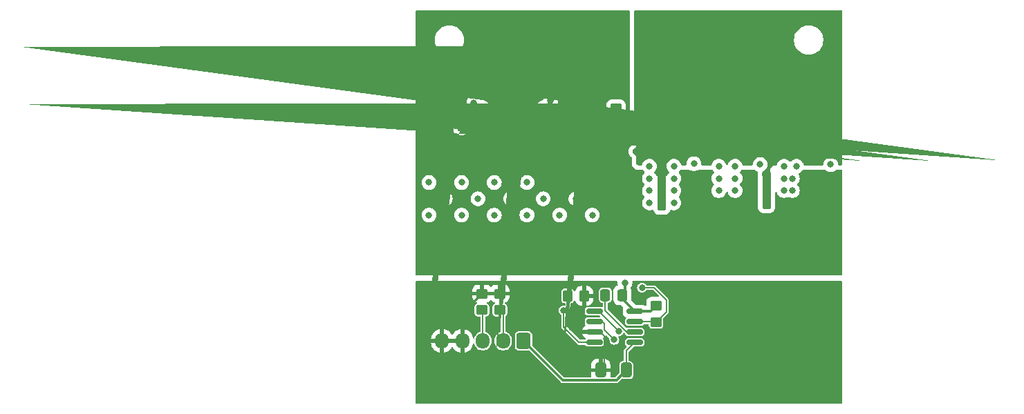
<source format=gbr>
%TF.GenerationSoftware,KiCad,Pcbnew,8.0.0*%
%TF.CreationDate,2024-03-24T11:48:13-04:00*%
%TF.ProjectId,coil-driver,636f696c-2d64-4726-9976-65722e6b6963,rev?*%
%TF.SameCoordinates,Original*%
%TF.FileFunction,Copper,L1,Top*%
%TF.FilePolarity,Positive*%
%FSLAX46Y46*%
G04 Gerber Fmt 4.6, Leading zero omitted, Abs format (unit mm)*
G04 Created by KiCad (PCBNEW 8.0.0) date 2024-03-24 11:48:13*
%MOMM*%
%LPD*%
G01*
G04 APERTURE LIST*
G04 Aperture macros list*
%AMRoundRect*
0 Rectangle with rounded corners*
0 $1 Rounding radius*
0 $2 $3 $4 $5 $6 $7 $8 $9 X,Y pos of 4 corners*
0 Add a 4 corners polygon primitive as box body*
4,1,4,$2,$3,$4,$5,$6,$7,$8,$9,$2,$3,0*
0 Add four circle primitives for the rounded corners*
1,1,$1+$1,$2,$3*
1,1,$1+$1,$4,$5*
1,1,$1+$1,$6,$7*
1,1,$1+$1,$8,$9*
0 Add four rect primitives between the rounded corners*
20,1,$1+$1,$2,$3,$4,$5,0*
20,1,$1+$1,$4,$5,$6,$7,0*
20,1,$1+$1,$6,$7,$8,$9,0*
20,1,$1+$1,$8,$9,$2,$3,0*%
%AMFreePoly0*
4,1,77,-1.599646,3.305354,-1.599500,3.305000,-1.599500,2.885500,-0.940500,2.885500,-0.940500,3.305000,-0.940354,3.305354,-0.940000,3.305500,-0.330000,3.305500,-0.329646,3.305354,-0.329500,3.305000,-0.329500,2.885500,0.329500,2.885500,0.329500,3.305000,0.329646,3.305354,0.330000,3.305500,0.940000,3.305500,0.940354,3.305354,0.940500,3.305000,0.940500,2.885500,1.599500,2.885500,
1.599500,3.305000,1.599646,3.305354,1.600000,3.305500,2.210000,3.305500,2.210354,3.305354,2.210500,3.305000,2.210500,2.285000,2.210354,2.284646,2.210000,2.284500,2.150500,2.284500,2.150500,1.990500,2.805000,1.990500,2.805354,1.990354,2.805500,1.990000,2.805500,1.390000,2.805354,1.389646,2.805000,1.389500,2.150500,1.389500,2.150500,-0.434500,2.805000,-0.434500,
2.805354,-0.434646,2.805500,-0.435000,2.805500,-1.035000,2.805354,-1.035354,2.805000,-1.035500,2.150500,-1.035500,2.150500,-1.215000,2.150354,-1.215354,2.150000,-1.215500,-2.150000,-1.215500,-2.150354,-1.215354,-2.150500,-1.215000,-2.150500,-1.035500,-2.805000,-1.035500,-2.805354,-1.035354,-2.805500,-1.035000,-2.805500,-0.435000,-2.805354,-0.434646,-2.805000,-0.434500,-2.150500,-0.434500,
-2.150500,1.389500,-2.805000,1.389500,-2.805354,1.389646,-2.805500,1.390000,-2.805500,1.990000,-2.805354,1.990354,-2.805000,1.990500,-2.150500,1.990500,-2.150500,2.284500,-2.210000,2.284500,-2.210354,2.284646,-2.210500,2.285000,-2.210500,3.305000,-2.210354,3.305354,-2.210000,3.305500,-1.600000,3.305500,-1.599646,3.305354,-1.599646,3.305354,$1*%
G04 Aperture macros list end*
%TA.AperFunction,SMDPad,CuDef*%
%ADD10RoundRect,1.000000X-2.000000X-1.000000X2.000000X-1.000000X2.000000X1.000000X-2.000000X1.000000X0*%
%TD*%
%TA.AperFunction,SMDPad,CuDef*%
%ADD11R,0.610000X1.270000*%
%TD*%
%TA.AperFunction,SMDPad,CuDef*%
%ADD12FreePoly0,0.000000*%
%TD*%
%TA.AperFunction,SMDPad,CuDef*%
%ADD13RoundRect,0.275000X0.275000X-2.025000X0.275000X2.025000X-0.275000X2.025000X-0.275000X-2.025000X0*%
%TD*%
%TA.AperFunction,SMDPad,CuDef*%
%ADD14RoundRect,0.250000X5.150000X-4.450000X5.150000X4.450000X-5.150000X4.450000X-5.150000X-4.450000X0*%
%TD*%
%TA.AperFunction,SMDPad,CuDef*%
%ADD15RoundRect,0.250000X-0.337500X-0.475000X0.337500X-0.475000X0.337500X0.475000X-0.337500X0.475000X0*%
%TD*%
%TA.AperFunction,SMDPad,CuDef*%
%ADD16RoundRect,0.150000X0.825000X0.150000X-0.825000X0.150000X-0.825000X-0.150000X0.825000X-0.150000X0*%
%TD*%
%TA.AperFunction,ComponentPad*%
%ADD17RoundRect,0.250000X0.600000X0.725000X-0.600000X0.725000X-0.600000X-0.725000X0.600000X-0.725000X0*%
%TD*%
%TA.AperFunction,ComponentPad*%
%ADD18O,1.700000X1.950000*%
%TD*%
%TA.AperFunction,SMDPad,CuDef*%
%ADD19RoundRect,0.250000X0.450000X-0.350000X0.450000X0.350000X-0.450000X0.350000X-0.450000X-0.350000X0*%
%TD*%
%TA.AperFunction,SMDPad,CuDef*%
%ADD20RoundRect,0.250000X-0.450000X0.350000X-0.450000X-0.350000X0.450000X-0.350000X0.450000X0.350000X0*%
%TD*%
%TA.AperFunction,SMDPad,CuDef*%
%ADD21RoundRect,0.250000X0.412500X0.650000X-0.412500X0.650000X-0.412500X-0.650000X0.412500X-0.650000X0*%
%TD*%
%TA.AperFunction,SMDPad,CuDef*%
%ADD22RoundRect,0.250000X-0.350000X-0.450000X0.350000X-0.450000X0.350000X0.450000X-0.350000X0.450000X0*%
%TD*%
%TA.AperFunction,ComponentPad*%
%ADD23RoundRect,1.000000X-1.000000X2.000000X-1.000000X-2.000000X1.000000X-2.000000X1.000000X2.000000X0*%
%TD*%
%TA.AperFunction,ViaPad*%
%ADD24C,0.800000*%
%TD*%
%TA.AperFunction,Conductor*%
%ADD25C,0.160000*%
%TD*%
%TA.AperFunction,Conductor*%
%ADD26C,0.200000*%
%TD*%
%TA.AperFunction,Conductor*%
%ADD27C,0.300000*%
%TD*%
G04 APERTURE END LIST*
D10*
%TO.P,J4,1,Pin_1*%
%TO.N,GND*%
X144600000Y-125700000D03*
%TD*%
D11*
%TO.P,Q5,1,S*%
%TO.N,GND*%
X105895000Y-112570000D03*
%TO.P,Q5,2,S*%
X107165000Y-112570000D03*
%TO.P,Q5,3,S*%
X108435000Y-112570000D03*
%TO.P,Q5,4,G*%
%TO.N,Net-(Q5-G)*%
X109705000Y-112570000D03*
D12*
%TO.P,Q5,5,D*%
%TO.N,/lo*%
X107800000Y-109900000D03*
%TD*%
D13*
%TO.P,D1,1,K*%
%TO.N,/hi*%
X138835000Y-120475000D03*
D14*
X141375000Y-111325000D03*
D13*
%TO.P,D1,2,A*%
%TO.N,GND*%
X143915000Y-120475000D03*
%TD*%
D15*
%TO.P,C2,1*%
%TO.N,Net-(U1-HB)*%
X119100000Y-133330000D03*
%TO.P,C2,2*%
%TO.N,/hi*%
X121175000Y-133330000D03*
%TD*%
D16*
%TO.P,U1,1,VDD*%
%TO.N,/VDD_12V*%
X122700000Y-139100000D03*
%TO.P,U1,2,HB*%
%TO.N,Net-(U1-HB)*%
X122700000Y-137830000D03*
%TO.P,U1,3,HO*%
%TO.N,Net-(U1-HO)*%
X122700000Y-136560000D03*
%TO.P,U1,4,HS*%
%TO.N,/hi*%
X122700000Y-135290000D03*
%TO.P,U1,5,HI*%
%TO.N,/drv_hi*%
X117750000Y-135290000D03*
%TO.P,U1,6,LI*%
%TO.N,/drv_li*%
X117750000Y-136560000D03*
%TO.P,U1,7,VSS*%
%TO.N,GND*%
X117750000Y-137830000D03*
%TO.P,U1,8,LO*%
%TO.N,Net-(U1-LO)*%
X117750000Y-139100000D03*
%TD*%
D17*
%TO.P,J3,1,Pin_1*%
%TO.N,/VDD_12V*%
X109093828Y-138938060D03*
D18*
%TO.P,J3,2,Pin_2*%
%TO.N,/drv_hi*%
X106593828Y-138938060D03*
%TO.P,J3,3,Pin_3*%
%TO.N,/drv_li*%
X104093828Y-138938060D03*
%TO.P,J3,4,Pin_4*%
%TO.N,GND*%
X101593828Y-138938060D03*
%TO.P,J3,5,Pin_5*%
X99093828Y-138938060D03*
%TD*%
D19*
%TO.P,R4,1*%
%TO.N,Net-(U1-HO)*%
X125300000Y-136630000D03*
%TO.P,R4,2*%
%TO.N,/hi*%
X125300000Y-134630000D03*
%TD*%
D20*
%TO.P,R6,1*%
%TO.N,Net-(U1-LO)*%
X112000000Y-110500000D03*
%TO.P,R6,2*%
%TO.N,Net-(Q5-G)*%
X112000000Y-112500000D03*
%TD*%
D19*
%TO.P,R5,1*%
%TO.N,Net-(U1-LO)*%
X120400000Y-112400000D03*
%TO.P,R5,2*%
%TO.N,Net-(Q6-G)*%
X120400000Y-110400000D03*
%TD*%
D11*
%TO.P,Q4,1,S*%
%TO.N,GND*%
X97495000Y-112570000D03*
%TO.P,Q4,2,S*%
X98765000Y-112570000D03*
%TO.P,Q4,3,S*%
X100035000Y-112570000D03*
%TO.P,Q4,4,G*%
%TO.N,Net-(Q4-G)*%
X101305000Y-112570000D03*
D12*
%TO.P,Q4,5,D*%
%TO.N,/lo*%
X99400000Y-109900000D03*
%TD*%
D21*
%TO.P,C5,1*%
%TO.N,/VDD_12V*%
X121662500Y-142530000D03*
%TO.P,C5,2*%
%TO.N,GND*%
X118537500Y-142530000D03*
%TD*%
D19*
%TO.P,R2,1*%
%TO.N,/drv_li*%
X103993828Y-135138060D03*
%TO.P,R2,2*%
%TO.N,GND*%
X103993828Y-133138060D03*
%TD*%
D20*
%TO.P,R7,1*%
%TO.N,Net-(U1-LO)*%
X103600000Y-110500000D03*
%TO.P,R7,2*%
%TO.N,Net-(Q4-G)*%
X103600000Y-112500000D03*
%TD*%
D22*
%TO.P,R1,1*%
%TO.N,Net-(U1-LO)*%
X114500000Y-133400000D03*
%TO.P,R1,2*%
%TO.N,GND*%
X116500000Y-133400000D03*
%TD*%
D11*
%TO.P,Q6,1,S*%
%TO.N,GND*%
X114100000Y-112470000D03*
%TO.P,Q6,2,S*%
X115370000Y-112470000D03*
%TO.P,Q6,3,S*%
X116640000Y-112470000D03*
%TO.P,Q6,4,G*%
%TO.N,Net-(Q6-G)*%
X117910000Y-112470000D03*
D12*
%TO.P,Q6,5,D*%
%TO.N,/lo*%
X116005000Y-109800000D03*
%TD*%
D19*
%TO.P,R3,1*%
%TO.N,/drv_hi*%
X106193828Y-135138060D03*
%TO.P,R3,2*%
%TO.N,GND*%
X106193828Y-133138060D03*
%TD*%
D13*
%TO.P,D2,1,K*%
%TO.N,/hi*%
X126035000Y-120675000D03*
D14*
X128575000Y-111525000D03*
D13*
%TO.P,D2,2,A*%
%TO.N,GND*%
X131115000Y-120675000D03*
%TD*%
D23*
%TO.P,J6,1,Pin_1*%
%TO.N,/hi*%
X128500000Y-102500000D03*
%TD*%
%TO.P,J7,1,Pin_1*%
%TO.N,/lo*%
X114900000Y-103000000D03*
%TD*%
D24*
%TO.N,GND*%
X120232400Y-116100000D03*
X140500000Y-126500000D03*
X140500000Y-124500000D03*
X115000000Y-137300000D03*
X115000000Y-114000000D03*
X129500000Y-122500000D03*
X97500000Y-114000000D03*
X114000000Y-114000000D03*
X145500000Y-126500000D03*
X100500000Y-114000000D03*
X116900000Y-142500000D03*
X118000000Y-114000000D03*
X138000000Y-125000000D03*
X145500000Y-124500000D03*
X143000000Y-126500000D03*
X112500000Y-114000000D03*
X145500000Y-122000000D03*
X136000000Y-122500000D03*
X107000000Y-114000000D03*
X129500000Y-125000000D03*
X143000000Y-124500000D03*
X131500000Y-127000000D03*
X98500000Y-114000000D03*
X108500000Y-114000000D03*
X133500000Y-125000000D03*
X136000000Y-127000000D03*
X106000000Y-114525000D03*
%TO.N,/+VB*%
X124500000Y-117500000D03*
X141000000Y-117500000D03*
X111500000Y-121500000D03*
X142000000Y-119000000D03*
X101500000Y-119500000D03*
X142000000Y-120500000D03*
X117500000Y-123500000D03*
X124500000Y-122000000D03*
X109500000Y-119500000D03*
X141000000Y-119000000D03*
X133000000Y-120500000D03*
X113500000Y-123500000D03*
X109500000Y-123500000D03*
X127500000Y-117500000D03*
X133000000Y-119000000D03*
X124500000Y-119000000D03*
X105500000Y-119500000D03*
X99500000Y-121500000D03*
X107500000Y-121500000D03*
X141000000Y-120500000D03*
X105500000Y-123500000D03*
X135000000Y-117500000D03*
X133000000Y-117500000D03*
X101500000Y-123500000D03*
X124500000Y-120500000D03*
X127500000Y-120500000D03*
X127500000Y-119000000D03*
X142500000Y-117500000D03*
X135000000Y-120500000D03*
X135000000Y-119000000D03*
X127500000Y-122000000D03*
X97500000Y-123500000D03*
X115500000Y-121500000D03*
X103500000Y-121500000D03*
X97500000Y-119500000D03*
%TO.N,/drv_hi*%
X120736182Y-137763814D03*
%TO.N,/drv_li*%
X120200000Y-138800000D03*
%TO.N,Net-(U1-LO)*%
X120100000Y-113700000D03*
X103000000Y-109700000D03*
X114000000Y-135200000D03*
X112400000Y-109500000D03*
%TO.N,Net-(U1-HO)*%
X138050000Y-117300000D03*
X123600000Y-132400000D03*
X129950000Y-117200000D03*
X146700000Y-117300000D03*
%TO.N,/hi*%
X126500000Y-110000000D03*
X125500000Y-105000000D03*
X132500000Y-110000000D03*
X125500000Y-103500000D03*
X126500000Y-114000000D03*
X130500000Y-112000000D03*
X126500000Y-108000000D03*
X134500000Y-110000000D03*
X124000000Y-100500000D03*
X140500000Y-112000000D03*
X144500000Y-112000000D03*
X124000000Y-103500000D03*
X134500000Y-108000000D03*
X142500000Y-112000000D03*
X134500000Y-114000000D03*
X131500000Y-102000000D03*
X122840267Y-115695575D03*
X140500000Y-110000000D03*
X131500000Y-103500000D03*
X125500000Y-100500000D03*
X142500000Y-108000000D03*
X124000000Y-105000000D03*
X136500000Y-108000000D03*
X142500000Y-114000000D03*
X124500000Y-110000000D03*
X131500000Y-100500000D03*
X121500000Y-131800000D03*
X146500000Y-112000000D03*
X124500000Y-108000000D03*
X140500000Y-114000000D03*
X144500000Y-108000000D03*
X136500000Y-110000000D03*
X144500000Y-110000000D03*
X128500000Y-112000000D03*
X131500000Y-105000000D03*
X132500000Y-108000000D03*
X142500000Y-110000000D03*
X128500000Y-110000000D03*
X126500000Y-112000000D03*
X138500000Y-112000000D03*
X124500000Y-112000000D03*
X146500000Y-108000000D03*
X125500000Y-102000000D03*
X138500000Y-110000000D03*
X130500000Y-110000000D03*
X128500000Y-108000000D03*
X136500000Y-112000000D03*
X130500000Y-108000000D03*
X134500000Y-112000000D03*
X124000000Y-102000000D03*
X124500000Y-114000000D03*
X132500000Y-112000000D03*
X138500000Y-108000000D03*
X132500000Y-114000000D03*
X146500000Y-110000000D03*
X140500000Y-108000000D03*
%TO.N,/lo*%
X113500000Y-108500000D03*
X108500000Y-100500000D03*
X120000000Y-105000000D03*
X111500000Y-103500000D03*
X118500000Y-103500000D03*
X115500000Y-108500000D03*
X113500000Y-106500000D03*
X105500000Y-110500000D03*
X120000000Y-102000000D03*
X110000000Y-105000000D03*
X98500000Y-107500000D03*
X101000000Y-109000000D03*
X120000000Y-103500000D03*
X105500000Y-108500000D03*
X100000000Y-107500000D03*
X103500000Y-108500000D03*
X98000000Y-110500000D03*
X118500000Y-102000000D03*
X107500000Y-110500000D03*
X98000000Y-109000000D03*
X107500000Y-108500000D03*
X108500000Y-102000000D03*
X111500000Y-102000000D03*
X109500000Y-106500000D03*
X111500000Y-100500000D03*
X109500000Y-108500000D03*
X103500000Y-106500000D03*
X110000000Y-100500000D03*
X115500000Y-110500000D03*
X101000000Y-110500000D03*
X107500000Y-106500000D03*
X105500000Y-106500000D03*
X111500000Y-106500000D03*
X117500000Y-110500000D03*
X117500000Y-106500000D03*
X115500000Y-106500000D03*
X118500000Y-100500000D03*
X110000000Y-102000000D03*
X108500000Y-105000000D03*
X111500000Y-105000000D03*
X120000000Y-106500000D03*
X117500000Y-108500000D03*
X120000000Y-100500000D03*
X110000000Y-103500000D03*
X108500000Y-103500000D03*
X118500000Y-105000000D03*
%TD*%
D25*
%TO.N,GND*%
X129500000Y-122500000D02*
X129290000Y-122500000D01*
X98500000Y-113905000D02*
X98500000Y-114000000D01*
X115370000Y-112470000D02*
X115370000Y-113630000D01*
X105895000Y-112570000D02*
X105895000Y-112900000D01*
X116640000Y-116760000D02*
X116000000Y-117400000D01*
X115370000Y-114370000D02*
X115370000Y-116770000D01*
D26*
X118977400Y-142090100D02*
X118977400Y-138377400D01*
D25*
X118932400Y-117400000D02*
X120232400Y-116100000D01*
X131115000Y-120675000D02*
X129500000Y-122290000D01*
D26*
X118537500Y-142530000D02*
X116930000Y-142530000D01*
D25*
X114000000Y-114000000D02*
X114100000Y-114100000D01*
X115370000Y-116770000D02*
X116000000Y-117400000D01*
X100500000Y-114000000D02*
X100500000Y-114305000D01*
X112935000Y-117400000D02*
X116000000Y-117400000D01*
D27*
X103993828Y-133138060D02*
X101593828Y-135538060D01*
D25*
X114100000Y-114100000D02*
X114100000Y-115500000D01*
X108500000Y-114000000D02*
X108500000Y-114235000D01*
X106995000Y-114000000D02*
X107000000Y-114000000D01*
X101995000Y-117400000D02*
X116000000Y-117400000D01*
X107000000Y-114000000D02*
X107000000Y-114005000D01*
X122155000Y-123555000D02*
X116000000Y-117400000D01*
X129500000Y-122290000D02*
X129500000Y-122500000D01*
X98765000Y-112570000D02*
X100195000Y-114000000D01*
D26*
X118977400Y-138377400D02*
X118430000Y-137830000D01*
D25*
X105895000Y-112570000D02*
X105895000Y-114420000D01*
X100195000Y-114000000D02*
X100500000Y-114000000D01*
D26*
X115530000Y-137830000D02*
X117750000Y-137830000D01*
D25*
X143915000Y-120475000D02*
X140835000Y-123555000D01*
X108500000Y-114235000D02*
X111665000Y-117400000D01*
X108435000Y-112570000D02*
X108435000Y-112900000D01*
X105895000Y-114420000D02*
X106000000Y-114525000D01*
X105895000Y-112900000D02*
X106995000Y-114000000D01*
X100500000Y-114305000D02*
X103595000Y-117400000D01*
X115370000Y-113630000D02*
X115000000Y-114000000D01*
X97495000Y-112900000D02*
X98500000Y-113905000D01*
X97495000Y-112570000D02*
X97495000Y-112900000D01*
X143915000Y-125015000D02*
X144600000Y-125700000D01*
X100035000Y-112900000D02*
X104535000Y-117400000D01*
X108265000Y-114000000D02*
X108500000Y-114000000D01*
X114100000Y-112470000D02*
X114100000Y-113900000D01*
X116640000Y-112470000D02*
X116640000Y-116760000D01*
X143915000Y-120475000D02*
X143915000Y-125015000D01*
D26*
X116930000Y-142530000D02*
X116900000Y-142500000D01*
D25*
X114100000Y-115500000D02*
X116000000Y-117400000D01*
D26*
X116500000Y-133400000D02*
X116500000Y-135800000D01*
X116500000Y-135800000D02*
X115000000Y-137300000D01*
D27*
X106193828Y-133138060D02*
X103993828Y-133138060D01*
D26*
X118537500Y-142530000D02*
X118977400Y-142090100D01*
D25*
X107000000Y-114005000D02*
X110395000Y-117400000D01*
X108435000Y-112900000D02*
X112935000Y-117400000D01*
X98595000Y-114000000D02*
X101995000Y-117400000D01*
X129290000Y-122500000D02*
X128235000Y-123555000D01*
X103595000Y-117400000D02*
X116000000Y-117400000D01*
X104535000Y-117400000D02*
X116000000Y-117400000D01*
X107165000Y-112570000D02*
X107165000Y-112900000D01*
X111665000Y-117400000D02*
X116000000Y-117400000D01*
D27*
X101593828Y-135538060D02*
X101593828Y-138938060D01*
D25*
X100035000Y-112570000D02*
X100035000Y-112900000D01*
X140835000Y-123555000D02*
X122155000Y-123555000D01*
D26*
X115000000Y-137300000D02*
X115530000Y-137830000D01*
D25*
X107165000Y-112900000D02*
X108265000Y-114000000D01*
X110395000Y-117400000D02*
X116000000Y-117400000D01*
X98500000Y-114000000D02*
X98595000Y-114000000D01*
X115000000Y-114000000D02*
X115370000Y-114370000D01*
X128235000Y-123555000D02*
X122155000Y-123555000D01*
X116000000Y-117400000D02*
X118932400Y-117400000D01*
D26*
X118430000Y-137830000D02*
X117750000Y-137830000D01*
D25*
X114100000Y-113900000D02*
X114000000Y-114000000D01*
D26*
%TO.N,Net-(U1-HB)*%
X121725001Y-137830000D02*
X122700000Y-137830000D01*
X119100000Y-135204999D02*
X121725001Y-137830000D01*
X119100000Y-133330000D02*
X119100000Y-135204999D01*
%TO.N,/VDD_12V*%
X121662500Y-142530000D02*
X121662500Y-140137500D01*
D27*
X109093828Y-138938060D02*
X113888168Y-143732400D01*
D26*
X121662500Y-140137500D02*
X122700000Y-139100000D01*
D27*
X120460100Y-143732400D02*
X121662500Y-142530000D01*
X113888168Y-143732400D02*
X120460100Y-143732400D01*
D26*
%TO.N,/drv_hi*%
X106593828Y-135538060D02*
X106193828Y-135138060D01*
X117750000Y-135290000D02*
X118262368Y-135290000D01*
X118262368Y-135290000D02*
X120736182Y-137763814D01*
X106593828Y-138938060D02*
X106593828Y-135538060D01*
%TO.N,/drv_li*%
X118977400Y-136812401D02*
X118977400Y-137577400D01*
X118724999Y-136560000D02*
X118977400Y-136812401D01*
X118977400Y-137577400D02*
X120200000Y-138800000D01*
X117750000Y-136560000D02*
X118724999Y-136560000D01*
X104093828Y-135238060D02*
X103993828Y-135138060D01*
X104093828Y-138938060D02*
X104093828Y-135238060D01*
D25*
%TO.N,Net-(Q4-G)*%
X101305000Y-112570000D02*
X103530000Y-112570000D01*
X103530000Y-112570000D02*
X103600000Y-112500000D01*
%TO.N,Net-(Q5-G)*%
X109705000Y-112570000D02*
X111930000Y-112570000D01*
X111930000Y-112570000D02*
X112000000Y-112500000D01*
%TO.N,Net-(Q6-G)*%
X118375000Y-112470000D02*
X120000000Y-110845000D01*
X117910000Y-112470000D02*
X118375000Y-112470000D01*
X120000000Y-110845000D02*
X120000000Y-110400000D01*
D26*
%TO.N,Net-(U1-LO)*%
X117750000Y-139100000D02*
X115877367Y-139100000D01*
D25*
X112400000Y-109500000D02*
X112000000Y-109900000D01*
X103600000Y-110300000D02*
X103600000Y-110500000D01*
D26*
X114500000Y-134700000D02*
X114000000Y-135200000D01*
D25*
X120000000Y-113600000D02*
X120100000Y-113700000D01*
D26*
X115877367Y-139100000D02*
X114000000Y-137222633D01*
D25*
X103000000Y-109700000D02*
X103600000Y-110300000D01*
D26*
X114000000Y-137222633D02*
X114000000Y-135200000D01*
D25*
X112000000Y-109900000D02*
X112000000Y-110500000D01*
X120000000Y-112400000D02*
X120000000Y-113600000D01*
D26*
X114500000Y-133400000D02*
X114500000Y-134700000D01*
D25*
%TO.N,Net-(U1-HO)*%
X125050724Y-132400000D02*
X126580000Y-133929276D01*
X126580000Y-133929276D02*
X126580000Y-135350000D01*
X126580000Y-135350000D02*
X125300000Y-136630000D01*
D26*
X122700000Y-136560000D02*
X125230000Y-136560000D01*
D25*
X123600000Y-132400000D02*
X125050724Y-132400000D01*
D26*
X125230000Y-136560000D02*
X125300000Y-136630000D01*
D25*
%TO.N,/hi*%
X128575000Y-110075000D02*
X128500000Y-110000000D01*
X139000000Y-117000000D02*
X139000000Y-116600000D01*
X128100000Y-112000000D02*
X128500000Y-112000000D01*
X131900000Y-110000000D02*
X131500000Y-109600000D01*
D27*
X124640000Y-135290000D02*
X125300000Y-134630000D01*
D25*
X138835000Y-120475000D02*
X139030000Y-120280000D01*
X126035000Y-114065000D02*
X128100000Y-112000000D01*
X131500000Y-109500000D02*
X131400000Y-109500000D01*
X128500000Y-111600000D02*
X128575000Y-111525000D01*
X141375000Y-114225000D02*
X141375000Y-111325000D01*
X139000000Y-116600000D02*
X141375000Y-114225000D01*
D27*
X121500000Y-133005000D02*
X121175000Y-133330000D01*
D25*
X129900000Y-108000000D02*
X129500000Y-108000000D01*
D27*
X121175000Y-133330000D02*
X121175000Y-133765000D01*
D25*
X139030000Y-120280000D02*
X139030000Y-117030000D01*
D27*
X122700000Y-135290000D02*
X124640000Y-135290000D01*
D25*
X130500000Y-108000000D02*
X129900000Y-108000000D01*
X128575000Y-107925000D02*
X128575000Y-106675000D01*
X128575000Y-106675000D02*
X124900000Y-103000000D01*
X139030000Y-117030000D02*
X139000000Y-117000000D01*
X130500000Y-108600000D02*
X130500000Y-108000000D01*
D27*
X121500000Y-131800000D02*
X121500000Y-133005000D01*
D25*
X129500000Y-108000000D02*
X129500000Y-107600000D01*
X128500000Y-108000000D02*
X128575000Y-107925000D01*
X128575000Y-109925000D02*
X128575000Y-108075000D01*
X128575000Y-108075000D02*
X128500000Y-108000000D01*
X128500000Y-110000000D02*
X128575000Y-109925000D01*
X131500000Y-109600000D02*
X131500000Y-109500000D01*
X132500000Y-110000000D02*
X131900000Y-110000000D01*
X133225000Y-111325000D02*
X132500000Y-110600000D01*
X126035000Y-120675000D02*
X126035000Y-114065000D01*
X128500000Y-112000000D02*
X128500000Y-111600000D01*
D27*
X121175000Y-133765000D02*
X122700000Y-135290000D01*
D25*
X128575000Y-111525000D02*
X128575000Y-110075000D01*
X129500000Y-107600000D02*
X124900000Y-103000000D01*
X132500000Y-110600000D02*
X132500000Y-110000000D01*
X141375000Y-111325000D02*
X133225000Y-111325000D01*
X131400000Y-109500000D02*
X130500000Y-108600000D01*
%TO.N,/lo*%
X114900000Y-107100000D02*
X114900000Y-103000000D01*
X114500000Y-108500000D02*
X114900000Y-107900000D01*
X111400000Y-106500000D02*
X111500000Y-106500000D01*
X109000000Y-108500000D02*
X109400000Y-108500000D01*
X107800000Y-109900000D02*
X108000000Y-109900000D01*
X111500000Y-106500000D02*
X111500000Y-106400000D01*
X109400000Y-108500000D02*
X109500000Y-108500000D01*
X101300000Y-108000000D02*
X106300000Y-103000000D01*
X109500000Y-108500000D02*
X109500000Y-108400000D01*
X109000000Y-109500000D02*
X109000000Y-108900000D01*
X111500000Y-106400000D02*
X114900000Y-103000000D01*
X114500000Y-107500000D02*
X114900000Y-107100000D01*
X109500000Y-108400000D02*
X111400000Y-106500000D01*
X116005000Y-109800000D02*
X114900000Y-108695000D01*
X109000000Y-108900000D02*
X109000000Y-108500000D01*
X108400000Y-109500000D02*
X109000000Y-109500000D01*
X101000000Y-108000000D02*
X101300000Y-108000000D01*
X114900000Y-107900000D02*
X114500000Y-107500000D01*
X106300000Y-103000000D02*
X114900000Y-103000000D01*
X114900000Y-108695000D02*
X114500000Y-108500000D01*
X99400000Y-109900000D02*
X101000000Y-108300000D01*
X101000000Y-108300000D02*
X101000000Y-108000000D01*
X108000000Y-109900000D02*
X108400000Y-109500000D01*
%TD*%
%TA.AperFunction,Conductor*%
%TO.N,GND*%
G36*
X101151198Y-138754717D02*
G01*
X101118828Y-138875525D01*
X101118828Y-139000595D01*
X101151198Y-139121403D01*
X101189682Y-139188060D01*
X99497974Y-139188060D01*
X99536458Y-139121403D01*
X99568828Y-139000595D01*
X99568828Y-138875525D01*
X99536458Y-138754717D01*
X99497974Y-138688060D01*
X101189682Y-138688060D01*
X101151198Y-138754717D01*
G37*
%TD.AperFunction*%
%TA.AperFunction,Conductor*%
G36*
X120585701Y-131621674D02*
G01*
X120607375Y-131674000D01*
X120606970Y-131681731D01*
X120594540Y-131800000D01*
X120602471Y-131875464D01*
X120614327Y-131988262D01*
X120635610Y-132053765D01*
X120631166Y-132110228D01*
X120588509Y-132146876D01*
X120518166Y-132170186D01*
X120368844Y-132262288D01*
X120244788Y-132386344D01*
X120152686Y-132535666D01*
X120097501Y-132702201D01*
X120097501Y-132702202D01*
X120097501Y-132702203D01*
X120087435Y-132800740D01*
X120087000Y-132804994D01*
X120087000Y-133855000D01*
X120087000Y-133855005D01*
X120087001Y-133855008D01*
X120097501Y-133957797D01*
X120152686Y-134124334D01*
X120244788Y-134273656D01*
X120368844Y-134397712D01*
X120518166Y-134489814D01*
X120684703Y-134544999D01*
X120787491Y-134555500D01*
X121014901Y-134555499D01*
X121067227Y-134577173D01*
X121268492Y-134778438D01*
X121290166Y-134830764D01*
X121279862Y-134868431D01*
X121273256Y-134879600D01*
X121227402Y-135037428D01*
X121224500Y-135074306D01*
X121224500Y-135505693D01*
X121227402Y-135542571D01*
X121273256Y-135700399D01*
X121320671Y-135780573D01*
X121356919Y-135841865D01*
X121473135Y-135958081D01*
X121519498Y-135985500D01*
X121616043Y-136042597D01*
X121650049Y-136087889D01*
X121642069Y-136143961D01*
X121630700Y-136158617D01*
X121585804Y-136203513D01*
X121585801Y-136203517D01*
X121534427Y-136308605D01*
X121534427Y-136308606D01*
X121524500Y-136376735D01*
X121524500Y-136743264D01*
X121534427Y-136811393D01*
X121534427Y-136811394D01*
X121585801Y-136916482D01*
X121585802Y-136916483D01*
X121668517Y-136999198D01*
X121773607Y-137050573D01*
X121841740Y-137060500D01*
X121841746Y-137060500D01*
X123558254Y-137060500D01*
X123558260Y-137060500D01*
X123626393Y-137050573D01*
X123731483Y-136999198D01*
X123814198Y-136916483D01*
X123821278Y-136901999D01*
X123863730Y-136864510D01*
X123887759Y-136860500D01*
X124325500Y-136860500D01*
X124377826Y-136882174D01*
X124399500Y-136934500D01*
X124399500Y-137034266D01*
X124402354Y-137064699D01*
X124402354Y-137064701D01*
X124402355Y-137064704D01*
X124447206Y-137192881D01*
X124447207Y-137192883D01*
X124527846Y-137302146D01*
X124527853Y-137302153D01*
X124637116Y-137382792D01*
X124637118Y-137382793D01*
X124765295Y-137427644D01*
X124765301Y-137427646D01*
X124795734Y-137430500D01*
X124795741Y-137430500D01*
X125804258Y-137430500D01*
X125804266Y-137430500D01*
X125834699Y-137427646D01*
X125962882Y-137382793D01*
X126072150Y-137302150D01*
X126152793Y-137192882D01*
X126197646Y-137064699D01*
X126200500Y-137034266D01*
X126200500Y-136225734D01*
X126197646Y-136195301D01*
X126195827Y-136190103D01*
X126199001Y-136133558D01*
X126213345Y-136113340D01*
X126804455Y-135522232D01*
X126814004Y-135505694D01*
X126841384Y-135458269D01*
X126843960Y-135448656D01*
X126860500Y-135386929D01*
X126860500Y-135313072D01*
X126860500Y-133892348D01*
X126860500Y-133892346D01*
X126860499Y-133892345D01*
X126859791Y-133889704D01*
X126841384Y-133821007D01*
X126804456Y-133757045D01*
X126752231Y-133704820D01*
X126752230Y-133704819D01*
X125279399Y-132231989D01*
X125279398Y-132231987D01*
X125222954Y-132175543D01*
X125158994Y-132138616D01*
X125148308Y-132135752D01*
X125119113Y-132127930D01*
X125103383Y-132123715D01*
X125087654Y-132119500D01*
X125087653Y-132119500D01*
X125087652Y-132119500D01*
X124178172Y-132119500D01*
X124125846Y-132097826D01*
X124119464Y-132090548D01*
X124028284Y-131971720D01*
X124028279Y-131971715D01*
X123902841Y-131875464D01*
X123756761Y-131814955D01*
X123600000Y-131794318D01*
X123443239Y-131814955D01*
X123443238Y-131814955D01*
X123297158Y-131875464D01*
X123171720Y-131971715D01*
X123171715Y-131971720D01*
X123075464Y-132097158D01*
X123014955Y-132243238D01*
X123014955Y-132243239D01*
X122994318Y-132400000D01*
X123014955Y-132556760D01*
X123014955Y-132556761D01*
X123075464Y-132702841D01*
X123171715Y-132828279D01*
X123171720Y-132828284D01*
X123179812Y-132834493D01*
X123297159Y-132924536D01*
X123443238Y-132985044D01*
X123600000Y-133005682D01*
X123756762Y-132985044D01*
X123902841Y-132924536D01*
X124028282Y-132828282D01*
X124072777Y-132770295D01*
X124119464Y-132709452D01*
X124168513Y-132681133D01*
X124178172Y-132680500D01*
X124903886Y-132680500D01*
X124956212Y-132702174D01*
X125657211Y-133403174D01*
X125678885Y-133455500D01*
X125657211Y-133507826D01*
X125604885Y-133529500D01*
X124799999Y-133529500D01*
X124799993Y-133529500D01*
X124799992Y-133529501D01*
X124748597Y-133534751D01*
X124697202Y-133540001D01*
X124530666Y-133595186D01*
X124381344Y-133687288D01*
X124257288Y-133811344D01*
X124165186Y-133960666D01*
X124110001Y-134127201D01*
X124110001Y-134127203D01*
X124099940Y-134225689D01*
X124099500Y-134229994D01*
X124099500Y-134229996D01*
X124099501Y-134565500D01*
X124077827Y-134617826D01*
X124025501Y-134639500D01*
X123974866Y-134639500D01*
X123929512Y-134623972D01*
X123926867Y-134621920D01*
X123785399Y-134538256D01*
X123627571Y-134492402D01*
X123602985Y-134490467D01*
X123590694Y-134489500D01*
X123590693Y-134489500D01*
X122850098Y-134489500D01*
X122797772Y-134467826D01*
X122280630Y-133950684D01*
X122258956Y-133898358D01*
X122259339Y-133890837D01*
X122259455Y-133889704D01*
X122263000Y-133855009D01*
X122262999Y-132804992D01*
X122252499Y-132702203D01*
X122197314Y-132535666D01*
X122166256Y-132485312D01*
X122157234Y-132429398D01*
X122174245Y-132396950D01*
X122232533Y-132332216D01*
X122233003Y-132331403D01*
X122270969Y-132265642D01*
X122327179Y-132168284D01*
X122385674Y-131988256D01*
X122405460Y-131800000D01*
X122393030Y-131681734D01*
X122409116Y-131627430D01*
X122458890Y-131600405D01*
X122466625Y-131600000D01*
X148044500Y-131600000D01*
X148096826Y-131621674D01*
X148118500Y-131674000D01*
X148118500Y-146544500D01*
X148096826Y-146596826D01*
X148044500Y-146618500D01*
X95955500Y-146618500D01*
X95903174Y-146596826D01*
X95881500Y-146544500D01*
X95881500Y-139188060D01*
X97746798Y-139188060D01*
X97777070Y-139379185D01*
X97777072Y-139379196D01*
X97842732Y-139581277D01*
X97842734Y-139581281D01*
X97939203Y-139770610D01*
X97939206Y-139770616D01*
X98064102Y-139942521D01*
X98064111Y-139942531D01*
X98214357Y-140092777D01*
X98214366Y-140092785D01*
X98386271Y-140217681D01*
X98386277Y-140217684D01*
X98575606Y-140314153D01*
X98575610Y-140314155D01*
X98777691Y-140379815D01*
X98777705Y-140379818D01*
X98843828Y-140390290D01*
X98843828Y-139342205D01*
X98910485Y-139380690D01*
X99031293Y-139413060D01*
X99156363Y-139413060D01*
X99277171Y-139380690D01*
X99343828Y-139342205D01*
X99343828Y-140390289D01*
X99409950Y-140379818D01*
X99409964Y-140379815D01*
X99612045Y-140314155D01*
X99612049Y-140314153D01*
X99801378Y-140217684D01*
X99801384Y-140217681D01*
X99973289Y-140092785D01*
X99973299Y-140092777D01*
X100123545Y-139942531D01*
X100123553Y-139942521D01*
X100248447Y-139770618D01*
X100277893Y-139712829D01*
X100320961Y-139676046D01*
X100377423Y-139680489D01*
X100409763Y-139712829D01*
X100439208Y-139770618D01*
X100564102Y-139942521D01*
X100564111Y-139942531D01*
X100714357Y-140092777D01*
X100714366Y-140092785D01*
X100886271Y-140217681D01*
X100886277Y-140217684D01*
X101075606Y-140314153D01*
X101075610Y-140314155D01*
X101277691Y-140379815D01*
X101277705Y-140379818D01*
X101343828Y-140390290D01*
X101343828Y-139342205D01*
X101410485Y-139380690D01*
X101531293Y-139413060D01*
X101656363Y-139413060D01*
X101777171Y-139380690D01*
X101843828Y-139342205D01*
X101843828Y-140390289D01*
X101909950Y-140379818D01*
X101909964Y-140379815D01*
X102112045Y-140314155D01*
X102112049Y-140314153D01*
X102301378Y-140217684D01*
X102301384Y-140217681D01*
X102473289Y-140092785D01*
X102473299Y-140092777D01*
X102623545Y-139942531D01*
X102623553Y-139942521D01*
X102748449Y-139770616D01*
X102748452Y-139770610D01*
X102844921Y-139581281D01*
X102844923Y-139581277D01*
X102910583Y-139379196D01*
X102910586Y-139379183D01*
X102923355Y-139298562D01*
X102952948Y-139250271D01*
X103008020Y-139237049D01*
X103056311Y-139266642D01*
X103069022Y-139295701D01*
X103083696Y-139369474D01*
X103083698Y-139369480D01*
X103162887Y-139560658D01*
X103267563Y-139717319D01*
X103277851Y-139732715D01*
X103424173Y-139879037D01*
X103596230Y-139994001D01*
X103787408Y-140073190D01*
X103990363Y-140113560D01*
X103990364Y-140113560D01*
X104197292Y-140113560D01*
X104197293Y-140113560D01*
X104400248Y-140073190D01*
X104591426Y-139994001D01*
X104763483Y-139879037D01*
X104909805Y-139732715D01*
X105024769Y-139560658D01*
X105103958Y-139369480D01*
X105144328Y-139166525D01*
X105144328Y-138709595D01*
X105103958Y-138506640D01*
X105024769Y-138315462D01*
X104909805Y-138143405D01*
X104763483Y-137997083D01*
X104728691Y-137973836D01*
X104591426Y-137882119D01*
X104440009Y-137819399D01*
X104399961Y-137779350D01*
X104394328Y-137751032D01*
X104394328Y-136012560D01*
X104416002Y-135960234D01*
X104468328Y-135938560D01*
X104498086Y-135938560D01*
X104498094Y-135938560D01*
X104528527Y-135935706D01*
X104656710Y-135890853D01*
X104765978Y-135810210D01*
X104846621Y-135700942D01*
X104891474Y-135572759D01*
X104894328Y-135542326D01*
X104894328Y-134733794D01*
X104891474Y-134703361D01*
X104881712Y-134675464D01*
X104846621Y-134575178D01*
X104846620Y-134575176D01*
X104765981Y-134465913D01*
X104765974Y-134465906D01*
X104656711Y-134385267D01*
X104656709Y-134385266D01*
X104601022Y-134365780D01*
X104558791Y-134328040D01*
X104555616Y-134271492D01*
X104593356Y-134229261D01*
X104602187Y-134225689D01*
X104762948Y-134172418D01*
X104912171Y-134080376D01*
X104912175Y-134080374D01*
X105039193Y-133953356D01*
X105040224Y-133954387D01*
X105085227Y-133929262D01*
X105139718Y-133944708D01*
X105148414Y-133953404D01*
X105148463Y-133953356D01*
X105275481Y-134080374D01*
X105275484Y-134080376D01*
X105424707Y-134172418D01*
X105585468Y-134225689D01*
X105628321Y-134262722D01*
X105632436Y-134319209D01*
X105595403Y-134362062D01*
X105586633Y-134365780D01*
X105530946Y-134385266D01*
X105530944Y-134385267D01*
X105421681Y-134465906D01*
X105421674Y-134465913D01*
X105341035Y-134575176D01*
X105341034Y-134575178D01*
X105296183Y-134703355D01*
X105296182Y-134703359D01*
X105296182Y-134703361D01*
X105293328Y-134733794D01*
X105293328Y-135542326D01*
X105296182Y-135572759D01*
X105296182Y-135572761D01*
X105296183Y-135572764D01*
X105341034Y-135700941D01*
X105341035Y-135700943D01*
X105421674Y-135810206D01*
X105421681Y-135810213D01*
X105530944Y-135890852D01*
X105530946Y-135890853D01*
X105659123Y-135935704D01*
X105659129Y-135935706D01*
X105689562Y-135938560D01*
X106219328Y-135938560D01*
X106271654Y-135960234D01*
X106293328Y-136012560D01*
X106293328Y-137751032D01*
X106271654Y-137803358D01*
X106247647Y-137819399D01*
X106096229Y-137882119D01*
X105924173Y-137997082D01*
X105924172Y-137997084D01*
X105777852Y-138143404D01*
X105777850Y-138143405D01*
X105662887Y-138315461D01*
X105583698Y-138506639D01*
X105583696Y-138506646D01*
X105543328Y-138709595D01*
X105543328Y-139166524D01*
X105583696Y-139369473D01*
X105583698Y-139369480D01*
X105662887Y-139560658D01*
X105767563Y-139717319D01*
X105777851Y-139732715D01*
X105924173Y-139879037D01*
X106096230Y-139994001D01*
X106287408Y-140073190D01*
X106490363Y-140113560D01*
X106490364Y-140113560D01*
X106697292Y-140113560D01*
X106697293Y-140113560D01*
X106900248Y-140073190D01*
X107091426Y-139994001D01*
X107263483Y-139879037D01*
X107409805Y-139732715D01*
X107420088Y-139717326D01*
X108043328Y-139717326D01*
X108046182Y-139747759D01*
X108046182Y-139747761D01*
X108046183Y-139747764D01*
X108091034Y-139875941D01*
X108091035Y-139875943D01*
X108171674Y-139985206D01*
X108171681Y-139985213D01*
X108280944Y-140065852D01*
X108280946Y-140065853D01*
X108409123Y-140110704D01*
X108409129Y-140110706D01*
X108439562Y-140113560D01*
X108439569Y-140113560D01*
X109742994Y-140113560D01*
X109795320Y-140135234D01*
X113672956Y-144012870D01*
X113752880Y-144059014D01*
X113752881Y-144059014D01*
X113752883Y-144059015D01*
X113797452Y-144070957D01*
X113842021Y-144082899D01*
X113842022Y-144082900D01*
X113842024Y-144082900D01*
X120506246Y-144082900D01*
X120506246Y-144082899D01*
X120595388Y-144059014D01*
X120675312Y-144012870D01*
X121054814Y-143633366D01*
X121107139Y-143611693D01*
X121131578Y-143615845D01*
X121165301Y-143627646D01*
X121195734Y-143630500D01*
X121195740Y-143630500D01*
X122129258Y-143630500D01*
X122129266Y-143630500D01*
X122159699Y-143627646D01*
X122287882Y-143582793D01*
X122397150Y-143502150D01*
X122477793Y-143392882D01*
X122522646Y-143264699D01*
X122525500Y-143234266D01*
X122525500Y-141825734D01*
X122522646Y-141795301D01*
X122477793Y-141667118D01*
X122477792Y-141667116D01*
X122397153Y-141557853D01*
X122397146Y-141557846D01*
X122287883Y-141477207D01*
X122287881Y-141477206D01*
X122159704Y-141432355D01*
X122159705Y-141432355D01*
X122159700Y-141432354D01*
X122159699Y-141432354D01*
X122129266Y-141429500D01*
X122129260Y-141429500D01*
X122037000Y-141429500D01*
X121984674Y-141407826D01*
X121963000Y-141355500D01*
X121963000Y-140292623D01*
X121984674Y-140240297D01*
X122602797Y-139622174D01*
X122655123Y-139600500D01*
X123558254Y-139600500D01*
X123558260Y-139600500D01*
X123626393Y-139590573D01*
X123731483Y-139539198D01*
X123814198Y-139456483D01*
X123865573Y-139351393D01*
X123875500Y-139283260D01*
X123875500Y-138916740D01*
X123865573Y-138848607D01*
X123814198Y-138743517D01*
X123731483Y-138660802D01*
X123731482Y-138660801D01*
X123626394Y-138609427D01*
X123558264Y-138599500D01*
X123558260Y-138599500D01*
X121841740Y-138599500D01*
X121841735Y-138599500D01*
X121773606Y-138609427D01*
X121773605Y-138609427D01*
X121668517Y-138660801D01*
X121585801Y-138743517D01*
X121534427Y-138848605D01*
X121534427Y-138848606D01*
X121524500Y-138916735D01*
X121524500Y-139283264D01*
X121534427Y-139351393D01*
X121534427Y-139351394D01*
X121585801Y-139456482D01*
X121585802Y-139456483D01*
X121668517Y-139539198D01*
X121687780Y-139548615D01*
X121725270Y-139591069D01*
X121721760Y-139647597D01*
X121707605Y-139667422D01*
X121477989Y-139897040D01*
X121422040Y-139952988D01*
X121382479Y-140021509D01*
X121382477Y-140021514D01*
X121362000Y-140097935D01*
X121362000Y-141355500D01*
X121340326Y-141407826D01*
X121288000Y-141429500D01*
X121195734Y-141429500D01*
X121165301Y-141432354D01*
X121165299Y-141432354D01*
X121165295Y-141432355D01*
X121037118Y-141477206D01*
X121037116Y-141477207D01*
X120927853Y-141557846D01*
X120927846Y-141557853D01*
X120847207Y-141667116D01*
X120847206Y-141667118D01*
X120802355Y-141795295D01*
X120802354Y-141795299D01*
X120802354Y-141795301D01*
X120799500Y-141825734D01*
X120799500Y-141825740D01*
X120799500Y-142866666D01*
X120777826Y-142918992D01*
X120336592Y-143360226D01*
X120284266Y-143381900D01*
X119766424Y-143381900D01*
X119714098Y-143360226D01*
X119692424Y-143307900D01*
X119692807Y-143300379D01*
X119699999Y-143229975D01*
X119700000Y-143229973D01*
X119700000Y-142780000D01*
X117375001Y-142780000D01*
X117375001Y-143229976D01*
X117382193Y-143300380D01*
X117365948Y-143354638D01*
X117316096Y-143381517D01*
X117308576Y-143381900D01*
X114064002Y-143381900D01*
X114011676Y-143360226D01*
X112931450Y-142280000D01*
X117375000Y-142280000D01*
X118287500Y-142280000D01*
X118287500Y-141130000D01*
X118787500Y-141130000D01*
X118787500Y-142280000D01*
X119699999Y-142280000D01*
X119699999Y-141830029D01*
X119699998Y-141830023D01*
X119689505Y-141727303D01*
X119634357Y-141560878D01*
X119542316Y-141411656D01*
X119542314Y-141411653D01*
X119418347Y-141287686D01*
X119418343Y-141287683D01*
X119269121Y-141195642D01*
X119102697Y-141140494D01*
X118999975Y-141130000D01*
X118787500Y-141130000D01*
X118287500Y-141130000D01*
X118075029Y-141130000D01*
X118075023Y-141130001D01*
X117972303Y-141140494D01*
X117805878Y-141195642D01*
X117656656Y-141287683D01*
X117532683Y-141411656D01*
X117440642Y-141560878D01*
X117385494Y-141727302D01*
X117375000Y-141830024D01*
X117375000Y-142280000D01*
X112931450Y-142280000D01*
X110166002Y-139514552D01*
X110144328Y-139462226D01*
X110144328Y-138158800D01*
X110144328Y-138158794D01*
X110141474Y-138128361D01*
X110096621Y-138000178D01*
X110094337Y-137997083D01*
X110015981Y-137890913D01*
X110015974Y-137890906D01*
X109906711Y-137810267D01*
X109906709Y-137810266D01*
X109778532Y-137765415D01*
X109778533Y-137765415D01*
X109778528Y-137765414D01*
X109778527Y-137765414D01*
X109748094Y-137762560D01*
X108439562Y-137762560D01*
X108409129Y-137765414D01*
X108409127Y-137765414D01*
X108409123Y-137765415D01*
X108280946Y-137810266D01*
X108280944Y-137810267D01*
X108171681Y-137890906D01*
X108171674Y-137890913D01*
X108091035Y-138000176D01*
X108091034Y-138000178D01*
X108046183Y-138128355D01*
X108046182Y-138128359D01*
X108046182Y-138128361D01*
X108043328Y-138158794D01*
X108043328Y-139717326D01*
X107420088Y-139717326D01*
X107524769Y-139560658D01*
X107603958Y-139369480D01*
X107644328Y-139166525D01*
X107644328Y-138709595D01*
X107603958Y-138506640D01*
X107524769Y-138315462D01*
X107409805Y-138143405D01*
X107263483Y-137997083D01*
X107228691Y-137973836D01*
X107091426Y-137882119D01*
X106940009Y-137819399D01*
X106899961Y-137779350D01*
X106894328Y-137751032D01*
X106894328Y-135900446D01*
X106916002Y-135848120D01*
X106924380Y-135840909D01*
X106965978Y-135810210D01*
X107046621Y-135700942D01*
X107091474Y-135572759D01*
X107094328Y-135542326D01*
X107094328Y-135200000D01*
X113394318Y-135200000D01*
X113414955Y-135356760D01*
X113414955Y-135356761D01*
X113475464Y-135502841D01*
X113571715Y-135628279D01*
X113571720Y-135628284D01*
X113670548Y-135704117D01*
X113698867Y-135753166D01*
X113699500Y-135762825D01*
X113699500Y-137262197D01*
X113719977Y-137338616D01*
X113719979Y-137338622D01*
X113719980Y-137338623D01*
X113720443Y-137339425D01*
X113720452Y-137339441D01*
X113745481Y-137382793D01*
X113759540Y-137407144D01*
X115636907Y-139284511D01*
X115692856Y-139340460D01*
X115743016Y-139369420D01*
X115759926Y-139379183D01*
X115761378Y-139380021D01*
X115761379Y-139380021D01*
X115761381Y-139380022D01*
X115799591Y-139390260D01*
X115837802Y-139400499D01*
X115837803Y-139400500D01*
X115837805Y-139400500D01*
X115916929Y-139400500D01*
X116562241Y-139400500D01*
X116614567Y-139422174D01*
X116628720Y-139441997D01*
X116635802Y-139456483D01*
X116718517Y-139539198D01*
X116823607Y-139590573D01*
X116891740Y-139600500D01*
X116891746Y-139600500D01*
X118608254Y-139600500D01*
X118608260Y-139600500D01*
X118676393Y-139590573D01*
X118781483Y-139539198D01*
X118864198Y-139456483D01*
X118915573Y-139351393D01*
X118925500Y-139283260D01*
X118925500Y-138916740D01*
X118915573Y-138848607D01*
X118864198Y-138743517D01*
X118818934Y-138698253D01*
X118797260Y-138645927D01*
X118818934Y-138593601D01*
X118833591Y-138582232D01*
X118976556Y-138497682D01*
X119092683Y-138381555D01*
X119092683Y-138381554D01*
X119142191Y-138297841D01*
X119187482Y-138263834D01*
X119243554Y-138271814D01*
X119258212Y-138283183D01*
X119589536Y-138614507D01*
X119611210Y-138666833D01*
X119610577Y-138676491D01*
X119594318Y-138799999D01*
X119614955Y-138956760D01*
X119614955Y-138956761D01*
X119675464Y-139102841D01*
X119771715Y-139228279D01*
X119771720Y-139228284D01*
X119821710Y-139266642D01*
X119897159Y-139324536D01*
X120043238Y-139385044D01*
X120200000Y-139405682D01*
X120356762Y-139385044D01*
X120502841Y-139324536D01*
X120628282Y-139228282D01*
X120724536Y-139102841D01*
X120785044Y-138956762D01*
X120805682Y-138800000D01*
X120785044Y-138643238D01*
X120724536Y-138497159D01*
X120714658Y-138484286D01*
X120700000Y-138429581D01*
X120728318Y-138380531D01*
X120763707Y-138365872D01*
X120892944Y-138348858D01*
X121039023Y-138288350D01*
X121164464Y-138192096D01*
X121260718Y-138066655D01*
X121299165Y-137973836D01*
X121339213Y-137933787D01*
X121395850Y-137933787D01*
X121419858Y-137949828D01*
X121514167Y-138044137D01*
X121530464Y-138076604D01*
X121532731Y-138075904D01*
X121534427Y-138081395D01*
X121585801Y-138186482D01*
X121585802Y-138186483D01*
X121668517Y-138269198D01*
X121773607Y-138320573D01*
X121841740Y-138330500D01*
X121841746Y-138330500D01*
X123558254Y-138330500D01*
X123558260Y-138330500D01*
X123626393Y-138320573D01*
X123731483Y-138269198D01*
X123814198Y-138186483D01*
X123865573Y-138081393D01*
X123875500Y-138013260D01*
X123875500Y-137646740D01*
X123865573Y-137578607D01*
X123814198Y-137473517D01*
X123731483Y-137390802D01*
X123731482Y-137390801D01*
X123626394Y-137339427D01*
X123558264Y-137329500D01*
X123558260Y-137329500D01*
X121841740Y-137329500D01*
X121841735Y-137329500D01*
X121773606Y-137339427D01*
X121744361Y-137353723D01*
X121687833Y-137357229D01*
X121659538Y-137339566D01*
X119422174Y-135102202D01*
X119400500Y-135049876D01*
X119400500Y-134329500D01*
X119422174Y-134277174D01*
X119474500Y-134255500D01*
X119491758Y-134255500D01*
X119491766Y-134255500D01*
X119522199Y-134252646D01*
X119650382Y-134207793D01*
X119759650Y-134127150D01*
X119840293Y-134017882D01*
X119885146Y-133889699D01*
X119888000Y-133859266D01*
X119888000Y-132800734D01*
X119885146Y-132770301D01*
X119873872Y-132738083D01*
X119840293Y-132642118D01*
X119840292Y-132642116D01*
X119759653Y-132532853D01*
X119759646Y-132532846D01*
X119650383Y-132452207D01*
X119650381Y-132452206D01*
X119522204Y-132407355D01*
X119522205Y-132407355D01*
X119522200Y-132407354D01*
X119522199Y-132407354D01*
X119491766Y-132404500D01*
X118708234Y-132404500D01*
X118677801Y-132407354D01*
X118677799Y-132407354D01*
X118677795Y-132407355D01*
X118549618Y-132452206D01*
X118549616Y-132452207D01*
X118440353Y-132532846D01*
X118440346Y-132532853D01*
X118359707Y-132642116D01*
X118359706Y-132642118D01*
X118314855Y-132770295D01*
X118314854Y-132770299D01*
X118314854Y-132770301D01*
X118312000Y-132800734D01*
X118312000Y-133859266D01*
X118314854Y-133889699D01*
X118314854Y-133889701D01*
X118314855Y-133889704D01*
X118359706Y-134017881D01*
X118359707Y-134017883D01*
X118440346Y-134127146D01*
X118440353Y-134127153D01*
X118549616Y-134207792D01*
X118549618Y-134207793D01*
X118677795Y-134252644D01*
X118677801Y-134252646D01*
X118708234Y-134255500D01*
X118725500Y-134255500D01*
X118777826Y-134277174D01*
X118799500Y-134329500D01*
X118799500Y-134741064D01*
X118777826Y-134793390D01*
X118725500Y-134815064D01*
X118693001Y-134807546D01*
X118690229Y-134806191D01*
X118676393Y-134799427D01*
X118608264Y-134789500D01*
X118608260Y-134789500D01*
X116891740Y-134789500D01*
X116891735Y-134789500D01*
X116823606Y-134799427D01*
X116823605Y-134799427D01*
X116718517Y-134850801D01*
X116635801Y-134933517D01*
X116584427Y-135038605D01*
X116584427Y-135038606D01*
X116574500Y-135106735D01*
X116574500Y-135473264D01*
X116584427Y-135541393D01*
X116584427Y-135541394D01*
X116635801Y-135646482D01*
X116635802Y-135646483D01*
X116718517Y-135729198D01*
X116823607Y-135780573D01*
X116891740Y-135790500D01*
X118307245Y-135790500D01*
X118359571Y-135812174D01*
X118480571Y-135933174D01*
X118502245Y-135985500D01*
X118480571Y-136037826D01*
X118428245Y-136059500D01*
X116891735Y-136059500D01*
X116823606Y-136069427D01*
X116823605Y-136069427D01*
X116718517Y-136120801D01*
X116635801Y-136203517D01*
X116584427Y-136308605D01*
X116584427Y-136308606D01*
X116574500Y-136376735D01*
X116574500Y-136743264D01*
X116584427Y-136811393D01*
X116584427Y-136811394D01*
X116635801Y-136916482D01*
X116681065Y-136961746D01*
X116702739Y-137014072D01*
X116681065Y-137066398D01*
X116666409Y-137077767D01*
X116523442Y-137162318D01*
X116407317Y-137278443D01*
X116323718Y-137419800D01*
X116277900Y-137577506D01*
X116277704Y-137580000D01*
X117926000Y-137580000D01*
X117978326Y-137601674D01*
X118000000Y-137654000D01*
X118000000Y-138006000D01*
X117978326Y-138058326D01*
X117926000Y-138080000D01*
X116277704Y-138080000D01*
X116277900Y-138082493D01*
X116323718Y-138240199D01*
X116407317Y-138381556D01*
X116523443Y-138497682D01*
X116666408Y-138582232D01*
X116700414Y-138627524D01*
X116692434Y-138683596D01*
X116681065Y-138698252D01*
X116635803Y-138743514D01*
X116635802Y-138743517D01*
X116628721Y-138758000D01*
X116586270Y-138795490D01*
X116562241Y-138799500D01*
X116032490Y-138799500D01*
X115980164Y-138777826D01*
X114322174Y-137119836D01*
X114300500Y-137067510D01*
X114300500Y-135762825D01*
X114322174Y-135710499D01*
X114329452Y-135704117D01*
X114428279Y-135628284D01*
X114428282Y-135628282D01*
X114524536Y-135502841D01*
X114585044Y-135356762D01*
X114605682Y-135200000D01*
X114589421Y-135076489D01*
X114604080Y-135021785D01*
X114610453Y-135014516D01*
X114740460Y-134884511D01*
X114780022Y-134815988D01*
X114800500Y-134739562D01*
X114800500Y-134660438D01*
X114800500Y-134374500D01*
X114822174Y-134322174D01*
X114874500Y-134300500D01*
X114904258Y-134300500D01*
X114904266Y-134300500D01*
X114934699Y-134297646D01*
X115062882Y-134252793D01*
X115172150Y-134172150D01*
X115174386Y-134169121D01*
X115205322Y-134127203D01*
X115252793Y-134062882D01*
X115272279Y-134007193D01*
X115310018Y-133964964D01*
X115366566Y-133961787D01*
X115408797Y-133999527D01*
X115412370Y-134008358D01*
X115465642Y-134169121D01*
X115557683Y-134318343D01*
X115557686Y-134318347D01*
X115681653Y-134442314D01*
X115681656Y-134442316D01*
X115830878Y-134534357D01*
X115997302Y-134589505D01*
X116100025Y-134599999D01*
X116250000Y-134599999D01*
X116250000Y-133650000D01*
X116750000Y-133650000D01*
X116750000Y-134599999D01*
X116899971Y-134599999D01*
X116899976Y-134599998D01*
X117002696Y-134589505D01*
X117169121Y-134534357D01*
X117318343Y-134442316D01*
X117318347Y-134442314D01*
X117442314Y-134318347D01*
X117442316Y-134318343D01*
X117534357Y-134169121D01*
X117589505Y-134002697D01*
X117599999Y-133899975D01*
X117600000Y-133899973D01*
X117600000Y-133650000D01*
X116750000Y-133650000D01*
X116250000Y-133650000D01*
X116250000Y-132200000D01*
X116750000Y-132200000D01*
X116750000Y-133150000D01*
X117599999Y-133150000D01*
X117599999Y-132900029D01*
X117599998Y-132900023D01*
X117589505Y-132797303D01*
X117534357Y-132630878D01*
X117442316Y-132481656D01*
X117442314Y-132481653D01*
X117318347Y-132357686D01*
X117318343Y-132357683D01*
X117169121Y-132265642D01*
X117002697Y-132210494D01*
X116899975Y-132200000D01*
X116750000Y-132200000D01*
X116250000Y-132200000D01*
X116100029Y-132200000D01*
X116100023Y-132200001D01*
X115997303Y-132210494D01*
X115830878Y-132265642D01*
X115681656Y-132357683D01*
X115557683Y-132481656D01*
X115465642Y-132630878D01*
X115412370Y-132791641D01*
X115375337Y-132834493D01*
X115318849Y-132838608D01*
X115275997Y-132801575D01*
X115272279Y-132792804D01*
X115252794Y-132737119D01*
X115252792Y-132737116D01*
X115172153Y-132627853D01*
X115172146Y-132627846D01*
X115062883Y-132547207D01*
X115062881Y-132547206D01*
X114934704Y-132502355D01*
X114934705Y-132502355D01*
X114934700Y-132502354D01*
X114934699Y-132502354D01*
X114904266Y-132499500D01*
X114095734Y-132499500D01*
X114065301Y-132502354D01*
X114065299Y-132502354D01*
X114065295Y-132502355D01*
X113937118Y-132547206D01*
X113937116Y-132547207D01*
X113827853Y-132627846D01*
X113827846Y-132627853D01*
X113747207Y-132737116D01*
X113747206Y-132737118D01*
X113702355Y-132865295D01*
X113702354Y-132865299D01*
X113702354Y-132865301D01*
X113699500Y-132895734D01*
X113699500Y-133904266D01*
X113702354Y-133934699D01*
X113702354Y-133934701D01*
X113702355Y-133934704D01*
X113747206Y-134062881D01*
X113747207Y-134062883D01*
X113827846Y-134172146D01*
X113827853Y-134172153D01*
X113937116Y-134252792D01*
X113937118Y-134252793D01*
X114065295Y-134297644D01*
X114065301Y-134297646D01*
X114095734Y-134300500D01*
X114125500Y-134300500D01*
X114177826Y-134322174D01*
X114199500Y-134374500D01*
X114199500Y-134536202D01*
X114177826Y-134588528D01*
X114125500Y-134610202D01*
X114115845Y-134609569D01*
X114000000Y-134594318D01*
X113999999Y-134594318D01*
X113843239Y-134614955D01*
X113843238Y-134614955D01*
X113697158Y-134675464D01*
X113571720Y-134771715D01*
X113571715Y-134771720D01*
X113475464Y-134897158D01*
X113414955Y-135043238D01*
X113414955Y-135043239D01*
X113394318Y-135200000D01*
X107094328Y-135200000D01*
X107094328Y-134733794D01*
X107091474Y-134703361D01*
X107081712Y-134675464D01*
X107046621Y-134575178D01*
X107046620Y-134575176D01*
X106965981Y-134465913D01*
X106965974Y-134465906D01*
X106856711Y-134385267D01*
X106856709Y-134385266D01*
X106801022Y-134365780D01*
X106758791Y-134328040D01*
X106755616Y-134271492D01*
X106793356Y-134229261D01*
X106802187Y-134225689D01*
X106962948Y-134172418D01*
X107112171Y-134080376D01*
X107112175Y-134080374D01*
X107236142Y-133956407D01*
X107236144Y-133956403D01*
X107328185Y-133807181D01*
X107383333Y-133640757D01*
X107393827Y-133538035D01*
X107393828Y-133538033D01*
X107393828Y-133388060D01*
X102793829Y-133388060D01*
X102793829Y-133538036D01*
X102804322Y-133640756D01*
X102859470Y-133807181D01*
X102951511Y-133956403D01*
X102951514Y-133956407D01*
X103075481Y-134080374D01*
X103075484Y-134080376D01*
X103224707Y-134172418D01*
X103385468Y-134225689D01*
X103428321Y-134262722D01*
X103432436Y-134319209D01*
X103395403Y-134362062D01*
X103386633Y-134365780D01*
X103330946Y-134385266D01*
X103330944Y-134385267D01*
X103221681Y-134465906D01*
X103221674Y-134465913D01*
X103141035Y-134575176D01*
X103141034Y-134575178D01*
X103096183Y-134703355D01*
X103096182Y-134703359D01*
X103096182Y-134703361D01*
X103093328Y-134733794D01*
X103093328Y-135542326D01*
X103096182Y-135572759D01*
X103096182Y-135572761D01*
X103096183Y-135572764D01*
X103141034Y-135700941D01*
X103141035Y-135700943D01*
X103221674Y-135810206D01*
X103221681Y-135810213D01*
X103330944Y-135890852D01*
X103330946Y-135890853D01*
X103459123Y-135935704D01*
X103459129Y-135935706D01*
X103489562Y-135938560D01*
X103719328Y-135938560D01*
X103771654Y-135960234D01*
X103793328Y-136012560D01*
X103793328Y-137751032D01*
X103771654Y-137803358D01*
X103747647Y-137819399D01*
X103596229Y-137882119D01*
X103424173Y-137997082D01*
X103424172Y-137997084D01*
X103277852Y-138143404D01*
X103277850Y-138143405D01*
X103162887Y-138315461D01*
X103083698Y-138506639D01*
X103083696Y-138506645D01*
X103069022Y-138580418D01*
X103037556Y-138627510D01*
X102982007Y-138638559D01*
X102934915Y-138607093D01*
X102923355Y-138577557D01*
X102910586Y-138496936D01*
X102910583Y-138496923D01*
X102844923Y-138294842D01*
X102844921Y-138294838D01*
X102748452Y-138105509D01*
X102748449Y-138105503D01*
X102623553Y-137933598D01*
X102623545Y-137933589D01*
X102473299Y-137783343D01*
X102473289Y-137783334D01*
X102301384Y-137658438D01*
X102301378Y-137658435D01*
X102112049Y-137561966D01*
X102112045Y-137561964D01*
X101909964Y-137496304D01*
X101909953Y-137496302D01*
X101843828Y-137485828D01*
X101843828Y-138533914D01*
X101777171Y-138495430D01*
X101656363Y-138463060D01*
X101531293Y-138463060D01*
X101410485Y-138495430D01*
X101343828Y-138533914D01*
X101343828Y-137485828D01*
X101277702Y-137496302D01*
X101277691Y-137496304D01*
X101075610Y-137561964D01*
X101075606Y-137561966D01*
X100886277Y-137658435D01*
X100886271Y-137658438D01*
X100714366Y-137783334D01*
X100564102Y-137933598D01*
X100439206Y-138105503D01*
X100439205Y-138105504D01*
X100409762Y-138163290D01*
X100366694Y-138200072D01*
X100310232Y-138195628D01*
X100277894Y-138163290D01*
X100248450Y-138105504D01*
X100248449Y-138105503D01*
X100123553Y-137933598D01*
X100123545Y-137933589D01*
X99973299Y-137783343D01*
X99973289Y-137783334D01*
X99801384Y-137658438D01*
X99801378Y-137658435D01*
X99612049Y-137561966D01*
X99612045Y-137561964D01*
X99409964Y-137496304D01*
X99409953Y-137496302D01*
X99343828Y-137485828D01*
X99343828Y-138533914D01*
X99277171Y-138495430D01*
X99156363Y-138463060D01*
X99031293Y-138463060D01*
X98910485Y-138495430D01*
X98843828Y-138533914D01*
X98843828Y-137485828D01*
X98777702Y-137496302D01*
X98777691Y-137496304D01*
X98575610Y-137561964D01*
X98575606Y-137561966D01*
X98386277Y-137658435D01*
X98386271Y-137658438D01*
X98214366Y-137783334D01*
X98064102Y-137933598D01*
X97939206Y-138105503D01*
X97939203Y-138105509D01*
X97842734Y-138294838D01*
X97842732Y-138294842D01*
X97777072Y-138496923D01*
X97777070Y-138496934D01*
X97746798Y-138688060D01*
X98689682Y-138688060D01*
X98651198Y-138754717D01*
X98618828Y-138875525D01*
X98618828Y-139000595D01*
X98651198Y-139121403D01*
X98689682Y-139188060D01*
X97746798Y-139188060D01*
X95881500Y-139188060D01*
X95881500Y-132888060D01*
X102793828Y-132888060D01*
X103743828Y-132888060D01*
X103743828Y-132038060D01*
X104243828Y-132038060D01*
X104243828Y-132888060D01*
X105943828Y-132888060D01*
X105943828Y-132038060D01*
X106443828Y-132038060D01*
X106443828Y-132888060D01*
X107393827Y-132888060D01*
X107393827Y-132738089D01*
X107393826Y-132738083D01*
X107383333Y-132635363D01*
X107328185Y-132468938D01*
X107236144Y-132319716D01*
X107236142Y-132319713D01*
X107112175Y-132195746D01*
X107112171Y-132195743D01*
X106962949Y-132103702D01*
X106796525Y-132048554D01*
X106693803Y-132038060D01*
X106443828Y-132038060D01*
X105943828Y-132038060D01*
X105693857Y-132038060D01*
X105693851Y-132038061D01*
X105591131Y-132048554D01*
X105424706Y-132103702D01*
X105275484Y-132195743D01*
X105148463Y-132322764D01*
X105147433Y-132321734D01*
X105102416Y-132346858D01*
X105047929Y-132331403D01*
X105039241Y-132322715D01*
X105039193Y-132322764D01*
X104912175Y-132195746D01*
X104912171Y-132195743D01*
X104762949Y-132103702D01*
X104596525Y-132048554D01*
X104493803Y-132038060D01*
X104243828Y-132038060D01*
X103743828Y-132038060D01*
X103493857Y-132038060D01*
X103493851Y-132038061D01*
X103391131Y-132048554D01*
X103224706Y-132103702D01*
X103075484Y-132195743D01*
X102951511Y-132319716D01*
X102859470Y-132468938D01*
X102804322Y-132635362D01*
X102793828Y-132738084D01*
X102793828Y-132888060D01*
X95881500Y-132888060D01*
X95881500Y-131674000D01*
X95903174Y-131621674D01*
X95955500Y-131600000D01*
X120533375Y-131600000D01*
X120585701Y-131621674D01*
G37*
%TD.AperFunction*%
%TD*%
%TA.AperFunction,Conductor*%
%TO.N,/hi*%
G36*
X148061539Y-98401185D02*
G01*
X148107294Y-98453989D01*
X148118500Y-98505500D01*
X148118500Y-117270500D01*
X148098815Y-117337539D01*
X148046011Y-117383294D01*
X147994500Y-117394500D01*
X147727042Y-117394500D01*
X147660003Y-117374815D01*
X147614248Y-117322011D01*
X147603722Y-117283465D01*
X147585674Y-117111744D01*
X147527179Y-116931716D01*
X147432533Y-116767784D01*
X147305871Y-116627112D01*
X147305870Y-116627111D01*
X147152734Y-116515851D01*
X147152729Y-116515848D01*
X146979807Y-116438857D01*
X146979802Y-116438855D01*
X146834001Y-116407865D01*
X146794646Y-116399500D01*
X146605354Y-116399500D01*
X146572897Y-116406398D01*
X146420197Y-116438855D01*
X146420192Y-116438857D01*
X146247270Y-116515848D01*
X146247265Y-116515851D01*
X146094129Y-116627111D01*
X145967466Y-116767785D01*
X145872821Y-116931715D01*
X145872818Y-116931722D01*
X145814327Y-117111740D01*
X145814326Y-117111744D01*
X145796278Y-117283463D01*
X145769695Y-117348076D01*
X145712397Y-117388061D01*
X145672958Y-117394500D01*
X143502654Y-117394500D01*
X143435615Y-117374815D01*
X143389860Y-117322011D01*
X143384723Y-117308818D01*
X143382068Y-117300648D01*
X143338193Y-117165612D01*
X143327181Y-117131721D01*
X143327178Y-117131715D01*
X143315648Y-117111744D01*
X143232533Y-116967784D01*
X143105871Y-116827112D01*
X143105867Y-116827109D01*
X142952734Y-116715851D01*
X142952729Y-116715848D01*
X142779807Y-116638857D01*
X142779802Y-116638855D01*
X142634001Y-116607865D01*
X142594646Y-116599500D01*
X142405354Y-116599500D01*
X142372897Y-116606398D01*
X142220197Y-116638855D01*
X142220192Y-116638857D01*
X142047270Y-116715848D01*
X142047265Y-116715851D01*
X141894132Y-116827109D01*
X141894129Y-116827111D01*
X141894129Y-116827112D01*
X141842148Y-116884841D01*
X141782663Y-116921489D01*
X141712806Y-116920158D01*
X141657851Y-116884841D01*
X141605871Y-116827112D01*
X141605867Y-116827109D01*
X141452734Y-116715851D01*
X141452729Y-116715848D01*
X141279807Y-116638857D01*
X141279802Y-116638855D01*
X141134001Y-116607865D01*
X141094646Y-116599500D01*
X140905354Y-116599500D01*
X140872897Y-116606398D01*
X140720197Y-116638855D01*
X140720192Y-116638857D01*
X140547270Y-116715848D01*
X140547265Y-116715851D01*
X140394129Y-116827111D01*
X140267466Y-116967785D01*
X140172821Y-117131715D01*
X140172818Y-117131721D01*
X140141882Y-117226935D01*
X140117932Y-117300648D01*
X140115277Y-117308818D01*
X140075840Y-117366493D01*
X140011481Y-117393692D01*
X139997346Y-117394500D01*
X139904655Y-117394500D01*
X139799717Y-117405512D01*
X139799714Y-117405512D01*
X139799710Y-117405513D01*
X139749365Y-117416197D01*
X139749358Y-117416199D01*
X139649005Y-117448750D01*
X139649004Y-117448750D01*
X139527185Y-117525293D01*
X139527176Y-117525300D01*
X139476215Y-117568555D01*
X139474202Y-117570180D01*
X139378584Y-117678283D01*
X139378582Y-117678286D01*
X139317482Y-117808546D01*
X139317480Y-117808550D01*
X139297581Y-117873848D01*
X139297186Y-117875086D01*
X139297114Y-117875381D01*
X139275187Y-118017585D01*
X139275187Y-118017591D01*
X139294209Y-118160197D01*
X139313208Y-118227428D01*
X139313214Y-118227445D01*
X139334497Y-118275336D01*
X139338224Y-118284738D01*
X139370280Y-118376347D01*
X139376459Y-118403416D01*
X139379219Y-118427908D01*
X139379999Y-118441792D01*
X139379999Y-118576000D01*
X139360316Y-118643039D01*
X139307512Y-118688794D01*
X139256000Y-118700000D01*
X138414000Y-118700000D01*
X138346961Y-118680315D01*
X138301206Y-118627511D01*
X138290000Y-118576000D01*
X138290000Y-118441792D01*
X138290780Y-118427908D01*
X138295104Y-118389536D01*
X138302260Y-118326020D01*
X138302590Y-118317971D01*
X138303197Y-118309786D01*
X138303373Y-118308146D01*
X138303374Y-118308138D01*
X138306247Y-118249299D01*
X138306403Y-118246107D01*
X138329333Y-118180107D01*
X138379819Y-118138875D01*
X138379862Y-118138856D01*
X138502730Y-118084151D01*
X138655871Y-117972888D01*
X138782533Y-117832216D01*
X138877179Y-117668284D01*
X138935674Y-117488256D01*
X138955460Y-117300000D01*
X138935674Y-117111744D01*
X138877179Y-116931716D01*
X138782533Y-116767784D01*
X138655871Y-116627112D01*
X138655870Y-116627111D01*
X138502734Y-116515851D01*
X138502729Y-116515848D01*
X138329807Y-116438857D01*
X138329802Y-116438855D01*
X138184001Y-116407865D01*
X138144646Y-116399500D01*
X137955354Y-116399500D01*
X137922897Y-116406398D01*
X137770197Y-116438855D01*
X137770192Y-116438857D01*
X137597270Y-116515848D01*
X137597265Y-116515851D01*
X137444129Y-116627111D01*
X137317466Y-116767785D01*
X137222821Y-116931715D01*
X137222818Y-116931722D01*
X137164327Y-117111740D01*
X137164326Y-117111744D01*
X137146278Y-117283463D01*
X137119695Y-117348076D01*
X137062397Y-117388061D01*
X137022958Y-117394500D01*
X136002654Y-117394500D01*
X135935615Y-117374815D01*
X135889860Y-117322011D01*
X135884723Y-117308818D01*
X135882068Y-117300648D01*
X135838193Y-117165612D01*
X135827181Y-117131721D01*
X135827178Y-117131715D01*
X135815648Y-117111744D01*
X135732533Y-116967784D01*
X135605871Y-116827112D01*
X135605867Y-116827109D01*
X135452734Y-116715851D01*
X135452729Y-116715848D01*
X135279807Y-116638857D01*
X135279802Y-116638855D01*
X135134001Y-116607865D01*
X135094646Y-116599500D01*
X134905354Y-116599500D01*
X134872897Y-116606398D01*
X134720197Y-116638855D01*
X134720192Y-116638857D01*
X134547270Y-116715848D01*
X134547265Y-116715851D01*
X134394129Y-116827111D01*
X134267466Y-116967785D01*
X134172821Y-117131715D01*
X134172818Y-117131722D01*
X134117931Y-117300648D01*
X134078493Y-117358324D01*
X134014135Y-117385522D01*
X133945288Y-117373607D01*
X133893813Y-117326363D01*
X133882069Y-117300648D01*
X133827181Y-117131722D01*
X133827180Y-117131721D01*
X133827179Y-117131716D01*
X133732533Y-116967784D01*
X133605871Y-116827112D01*
X133605867Y-116827109D01*
X133452734Y-116715851D01*
X133452729Y-116715848D01*
X133279807Y-116638857D01*
X133279802Y-116638855D01*
X133134001Y-116607865D01*
X133094646Y-116599500D01*
X132905354Y-116599500D01*
X132872897Y-116606398D01*
X132720197Y-116638855D01*
X132720192Y-116638857D01*
X132547270Y-116715848D01*
X132547265Y-116715851D01*
X132394129Y-116827111D01*
X132267466Y-116967785D01*
X132172821Y-117131715D01*
X132172818Y-117131721D01*
X132141882Y-117226935D01*
X132117932Y-117300648D01*
X132115277Y-117308818D01*
X132075840Y-117366493D01*
X132011481Y-117393692D01*
X131997346Y-117394500D01*
X130972733Y-117394500D01*
X130905694Y-117374815D01*
X130859939Y-117322011D01*
X130849412Y-117257540D01*
X130855460Y-117200000D01*
X130835674Y-117011744D01*
X130777179Y-116831716D01*
X130682533Y-116667784D01*
X130555871Y-116527112D01*
X130540369Y-116515849D01*
X130402734Y-116415851D01*
X130402729Y-116415848D01*
X130229807Y-116338857D01*
X130229802Y-116338855D01*
X130084001Y-116307865D01*
X130044646Y-116299500D01*
X129855354Y-116299500D01*
X129822897Y-116306398D01*
X129670197Y-116338855D01*
X129670192Y-116338857D01*
X129497270Y-116415848D01*
X129497265Y-116415851D01*
X129344129Y-116527111D01*
X129217466Y-116667785D01*
X129122821Y-116831715D01*
X129122818Y-116831722D01*
X129064327Y-117011740D01*
X129064326Y-117011744D01*
X129044540Y-117200000D01*
X129050587Y-117257540D01*
X129038019Y-117326268D01*
X128990287Y-117377292D01*
X128927267Y-117394500D01*
X128502654Y-117394500D01*
X128435615Y-117374815D01*
X128389860Y-117322011D01*
X128384723Y-117308818D01*
X128382068Y-117300648D01*
X128338193Y-117165612D01*
X128327181Y-117131721D01*
X128327178Y-117131715D01*
X128315648Y-117111744D01*
X128232533Y-116967784D01*
X128105871Y-116827112D01*
X128105867Y-116827109D01*
X127952734Y-116715851D01*
X127952729Y-116715848D01*
X127779807Y-116638857D01*
X127779802Y-116638855D01*
X127634001Y-116607865D01*
X127594646Y-116599500D01*
X127405354Y-116599500D01*
X127372897Y-116606398D01*
X127220197Y-116638855D01*
X127220192Y-116638857D01*
X127047270Y-116715848D01*
X127047265Y-116715851D01*
X126894129Y-116827111D01*
X126767466Y-116967785D01*
X126672821Y-117131715D01*
X126672818Y-117131722D01*
X126614327Y-117311740D01*
X126614326Y-117311744D01*
X126594540Y-117500000D01*
X126614326Y-117688256D01*
X126614327Y-117688259D01*
X126672818Y-117868277D01*
X126672821Y-117868284D01*
X126767466Y-118032215D01*
X126888851Y-118167028D01*
X126919081Y-118230020D01*
X126910455Y-118299355D01*
X126888851Y-118332972D01*
X126767466Y-118467784D01*
X126669572Y-118637344D01*
X126667107Y-118635920D01*
X126629932Y-118679666D01*
X126563085Y-118699994D01*
X126561893Y-118700000D01*
X125438107Y-118700000D01*
X125371068Y-118680315D01*
X125332697Y-118636033D01*
X125330428Y-118637344D01*
X125295011Y-118576000D01*
X125232533Y-118467784D01*
X125111146Y-118332971D01*
X125080917Y-118269981D01*
X125089542Y-118200646D01*
X125111147Y-118167028D01*
X125116445Y-118161144D01*
X125232533Y-118032216D01*
X125327179Y-117868284D01*
X125385674Y-117688256D01*
X125405460Y-117500000D01*
X125385674Y-117311744D01*
X125327179Y-117131716D01*
X125232533Y-116967784D01*
X125105871Y-116827112D01*
X125105867Y-116827109D01*
X124952734Y-116715851D01*
X124952729Y-116715848D01*
X124779807Y-116638857D01*
X124779802Y-116638855D01*
X124634001Y-116607865D01*
X124594646Y-116599500D01*
X124405354Y-116599500D01*
X124372897Y-116606398D01*
X124220197Y-116638855D01*
X124220192Y-116638857D01*
X124047270Y-116715848D01*
X124047265Y-116715851D01*
X123894129Y-116827111D01*
X123767466Y-116967785D01*
X123672821Y-117131715D01*
X123672818Y-117131721D01*
X123641882Y-117226935D01*
X123617932Y-117300648D01*
X123615277Y-117308818D01*
X123575840Y-117366493D01*
X123511481Y-117393692D01*
X123497346Y-117394500D01*
X123160746Y-117394500D01*
X123093707Y-117374815D01*
X123073065Y-117358181D01*
X122941819Y-117226935D01*
X122908334Y-117165612D01*
X122905500Y-117139254D01*
X122905500Y-116551957D01*
X122896816Y-116458671D01*
X122896814Y-116458650D01*
X122893096Y-116438855D01*
X122888366Y-116413669D01*
X122862608Y-116323571D01*
X122862606Y-116323567D01*
X122791858Y-116198288D01*
X122791856Y-116198286D01*
X122749196Y-116142965D01*
X122749194Y-116142962D01*
X122646013Y-116042687D01*
X122646002Y-116042679D01*
X122585045Y-115998391D01*
X122565781Y-115981046D01*
X122527667Y-115938717D01*
X122512429Y-115917744D01*
X122483945Y-115868408D01*
X122473403Y-115844730D01*
X122455797Y-115790547D01*
X122450408Y-115765192D01*
X122444453Y-115708533D01*
X122444453Y-115682612D01*
X122450408Y-115625949D01*
X122455795Y-115600607D01*
X122473402Y-115546416D01*
X122483939Y-115522751D01*
X122512431Y-115473402D01*
X122527653Y-115452449D01*
X122565790Y-115410092D01*
X122585042Y-115392758D01*
X122646011Y-115348464D01*
X122716398Y-115286586D01*
X122747827Y-115253307D01*
X122805567Y-115179523D01*
X122865338Y-115048646D01*
X122885023Y-114981607D01*
X122885024Y-114981603D01*
X122905500Y-114839187D01*
X122905500Y-112351362D01*
X122902603Y-112297322D01*
X122899769Y-112270964D01*
X122891114Y-112217552D01*
X122840832Y-112082743D01*
X122807347Y-112021420D01*
X122721123Y-111906239D01*
X122721118Y-111906234D01*
X122721113Y-111906228D01*
X122477768Y-111662883D01*
X122444283Y-111601560D01*
X122449267Y-111531868D01*
X122459842Y-111510345D01*
X122459839Y-111510344D01*
X122459865Y-111510298D01*
X122460151Y-111509717D01*
X122460830Y-111508621D01*
X122460854Y-111508587D01*
X122477039Y-111480553D01*
X122506282Y-111421253D01*
X122543737Y-111330828D01*
X122564989Y-111268220D01*
X122573367Y-111236954D01*
X122586268Y-111172102D01*
X122600114Y-111066938D01*
X122603356Y-111034018D01*
X122604417Y-111017832D01*
X122605500Y-110984767D01*
X122605500Y-102118011D01*
X142199500Y-102118011D01*
X142230307Y-102352014D01*
X142289786Y-102573991D01*
X142291394Y-102579993D01*
X142381714Y-102798045D01*
X142381719Y-102798056D01*
X142452677Y-102920957D01*
X142499727Y-103002450D01*
X142499729Y-103002453D01*
X142499730Y-103002454D01*
X142643406Y-103189697D01*
X142643412Y-103189704D01*
X142810295Y-103356587D01*
X142810301Y-103356592D01*
X142997550Y-103500273D01*
X143128918Y-103576118D01*
X143201943Y-103618280D01*
X143201948Y-103618282D01*
X143201951Y-103618284D01*
X143420007Y-103708606D01*
X143647986Y-103769693D01*
X143881989Y-103800500D01*
X143881996Y-103800500D01*
X144118004Y-103800500D01*
X144118011Y-103800500D01*
X144352014Y-103769693D01*
X144579993Y-103708606D01*
X144798049Y-103618284D01*
X145002450Y-103500273D01*
X145189699Y-103356592D01*
X145356592Y-103189699D01*
X145500273Y-103002450D01*
X145618284Y-102798049D01*
X145708606Y-102579993D01*
X145769693Y-102352014D01*
X145800500Y-102118011D01*
X145800500Y-101881989D01*
X145769693Y-101647986D01*
X145708606Y-101420007D01*
X145618284Y-101201951D01*
X145618282Y-101201948D01*
X145618280Y-101201943D01*
X145576118Y-101128918D01*
X145500273Y-100997550D01*
X145356592Y-100810301D01*
X145356587Y-100810295D01*
X145189704Y-100643412D01*
X145189697Y-100643406D01*
X145002454Y-100499730D01*
X145002453Y-100499729D01*
X145002450Y-100499727D01*
X144920957Y-100452677D01*
X144798056Y-100381719D01*
X144798045Y-100381714D01*
X144579993Y-100291394D01*
X144352010Y-100230306D01*
X144118020Y-100199501D01*
X144118017Y-100199500D01*
X144118011Y-100199500D01*
X143881989Y-100199500D01*
X143881983Y-100199500D01*
X143881979Y-100199501D01*
X143647989Y-100230306D01*
X143420006Y-100291394D01*
X143201954Y-100381714D01*
X143201943Y-100381719D01*
X142997545Y-100499730D01*
X142810302Y-100643406D01*
X142810295Y-100643412D01*
X142643412Y-100810295D01*
X142643406Y-100810302D01*
X142499730Y-100997545D01*
X142381719Y-101201943D01*
X142381714Y-101201954D01*
X142291394Y-101420006D01*
X142230306Y-101647989D01*
X142217296Y-101746811D01*
X142199500Y-101881989D01*
X142199500Y-102118011D01*
X122605500Y-102118011D01*
X122605500Y-98508125D01*
X122605500Y-98506094D01*
X122606418Y-98506094D01*
X122623076Y-98441830D01*
X122674390Y-98394410D01*
X122729481Y-98381500D01*
X147994500Y-98381500D01*
X148061539Y-98401185D01*
G37*
%TD.AperFunction*%
%TD*%
%TA.AperFunction,Conductor*%
%TO.N,/lo*%
G36*
X122042693Y-98401185D02*
G01*
X122088448Y-98453989D01*
X122098590Y-98489294D01*
X122098937Y-98491930D01*
X122100000Y-98508125D01*
X122100000Y-110984767D01*
X122098939Y-111000953D01*
X122085093Y-111106117D01*
X122076715Y-111137383D01*
X122039260Y-111227808D01*
X122023075Y-111255842D01*
X121958496Y-111340003D01*
X121947801Y-111352198D01*
X121852198Y-111447801D01*
X121840003Y-111458496D01*
X121755842Y-111523075D01*
X121727808Y-111539260D01*
X121637383Y-111576715D01*
X121606116Y-111585093D01*
X121525661Y-111595685D01*
X121456626Y-111584919D01*
X121421795Y-111560427D01*
X121349049Y-111487681D01*
X121315564Y-111426358D01*
X121320548Y-111356666D01*
X121349049Y-111312319D01*
X121442712Y-111218656D01*
X121534814Y-111069334D01*
X121589999Y-110902797D01*
X121600500Y-110800009D01*
X121600499Y-109999992D01*
X121600142Y-109996501D01*
X121589999Y-109897203D01*
X121589998Y-109897200D01*
X121580416Y-109868284D01*
X121534814Y-109730666D01*
X121442712Y-109581344D01*
X121318656Y-109457288D01*
X121169334Y-109365186D01*
X121002797Y-109310001D01*
X121002795Y-109310000D01*
X120900010Y-109299500D01*
X119899998Y-109299500D01*
X119899980Y-109299501D01*
X119797203Y-109310000D01*
X119797200Y-109310001D01*
X119630668Y-109365185D01*
X119630663Y-109365187D01*
X119481342Y-109457289D01*
X119357289Y-109581342D01*
X119265187Y-109730663D01*
X119265186Y-109730666D01*
X119210001Y-109897203D01*
X119210001Y-109897204D01*
X119210000Y-109897204D01*
X119199500Y-109999983D01*
X119199500Y-110773185D01*
X119179815Y-110840224D01*
X119163181Y-110860866D01*
X118633680Y-111390367D01*
X118572357Y-111423852D01*
X118502665Y-111418868D01*
X118471691Y-111401954D01*
X118457331Y-111391204D01*
X118457328Y-111391203D01*
X118457327Y-111391202D01*
X118322486Y-111340910D01*
X118322485Y-111340909D01*
X118322483Y-111340909D01*
X118262873Y-111334500D01*
X118262863Y-111334500D01*
X117557129Y-111334500D01*
X117557123Y-111334501D01*
X117497516Y-111340908D01*
X117362671Y-111391202D01*
X117362666Y-111391205D01*
X117349308Y-111401205D01*
X117283843Y-111425620D01*
X117215571Y-111410767D01*
X117200692Y-111401205D01*
X117187333Y-111391205D01*
X117187328Y-111391202D01*
X117052486Y-111340910D01*
X117052485Y-111340909D01*
X117052483Y-111340909D01*
X116992873Y-111334500D01*
X116992863Y-111334500D01*
X116287129Y-111334500D01*
X116287123Y-111334501D01*
X116227516Y-111340908D01*
X116092671Y-111391202D01*
X116092666Y-111391205D01*
X116079308Y-111401205D01*
X116013843Y-111425620D01*
X115945571Y-111410767D01*
X115930692Y-111401205D01*
X115917333Y-111391205D01*
X115917328Y-111391202D01*
X115782486Y-111340910D01*
X115782485Y-111340909D01*
X115782483Y-111340909D01*
X115722873Y-111334500D01*
X115722863Y-111334500D01*
X115017129Y-111334500D01*
X115017123Y-111334501D01*
X114957516Y-111340908D01*
X114822671Y-111391202D01*
X114822666Y-111391205D01*
X114809308Y-111401205D01*
X114743843Y-111425620D01*
X114675571Y-111410767D01*
X114660692Y-111401205D01*
X114647333Y-111391205D01*
X114647328Y-111391202D01*
X114512486Y-111340910D01*
X114512485Y-111340909D01*
X114512483Y-111340909D01*
X114452873Y-111334500D01*
X114452863Y-111334500D01*
X113747129Y-111334500D01*
X113747123Y-111334501D01*
X113687516Y-111340908D01*
X113552671Y-111391202D01*
X113552664Y-111391206D01*
X113437456Y-111477452D01*
X113437455Y-111477453D01*
X113437454Y-111477454D01*
X113382912Y-111550312D01*
X113326980Y-111592182D01*
X113283647Y-111600000D01*
X113060730Y-111600000D01*
X112993691Y-111580315D01*
X112947936Y-111527511D01*
X112937992Y-111458353D01*
X112967017Y-111394797D01*
X112973049Y-111388319D01*
X113004702Y-111356666D01*
X113042712Y-111318656D01*
X113134814Y-111169334D01*
X113189999Y-111002797D01*
X113200500Y-110900009D01*
X113200499Y-110099992D01*
X113189999Y-109997203D01*
X113189997Y-109997199D01*
X113189907Y-109996772D01*
X113189927Y-109996501D01*
X113189311Y-109990468D01*
X113190387Y-109990358D01*
X113195125Y-109927098D01*
X113203768Y-109908832D01*
X113227179Y-109868284D01*
X113285674Y-109688256D01*
X113305460Y-109500000D01*
X113285674Y-109311744D01*
X113227179Y-109131716D01*
X113132533Y-108967784D01*
X113005871Y-108827112D01*
X113005870Y-108827111D01*
X112852734Y-108715851D01*
X112852729Y-108715848D01*
X112679807Y-108638857D01*
X112679802Y-108638855D01*
X112534001Y-108607865D01*
X112494646Y-108599500D01*
X112305354Y-108599500D01*
X112272897Y-108606398D01*
X112120197Y-108638855D01*
X112120192Y-108638857D01*
X111947270Y-108715848D01*
X111947265Y-108715851D01*
X111794129Y-108827111D01*
X111667466Y-108967785D01*
X111572821Y-109131715D01*
X111572818Y-109131722D01*
X111512318Y-109317924D01*
X111511137Y-109317540D01*
X111481168Y-109373044D01*
X111420004Y-109406818D01*
X111405680Y-109409135D01*
X111397201Y-109410001D01*
X111397200Y-109410001D01*
X111230668Y-109465185D01*
X111230663Y-109465187D01*
X111081342Y-109557289D01*
X110957289Y-109681342D01*
X110865187Y-109830663D01*
X110865185Y-109830668D01*
X110843139Y-109897200D01*
X110810001Y-109997203D01*
X110810001Y-109997204D01*
X110810000Y-109997204D01*
X110799500Y-110099983D01*
X110799500Y-110900001D01*
X110799501Y-110900019D01*
X110810000Y-111002796D01*
X110810001Y-111002799D01*
X110844238Y-111106117D01*
X110865186Y-111169334D01*
X110953379Y-111312319D01*
X110957289Y-111318657D01*
X111026951Y-111388319D01*
X111060436Y-111449642D01*
X111055452Y-111519334D01*
X111013580Y-111575267D01*
X110948116Y-111599684D01*
X110939270Y-111600000D01*
X110438935Y-111600000D01*
X110371896Y-111580315D01*
X110364631Y-111575272D01*
X110289908Y-111519334D01*
X110252330Y-111491203D01*
X110252328Y-111491202D01*
X110117486Y-111440910D01*
X110117485Y-111440909D01*
X110117483Y-111440909D01*
X110057873Y-111434500D01*
X110057863Y-111434500D01*
X109352129Y-111434500D01*
X109352123Y-111434501D01*
X109292516Y-111440908D01*
X109157671Y-111491202D01*
X109157666Y-111491205D01*
X109144308Y-111501205D01*
X109078843Y-111525620D01*
X109010571Y-111510767D01*
X108995692Y-111501205D01*
X108982333Y-111491205D01*
X108982328Y-111491202D01*
X108847486Y-111440910D01*
X108847485Y-111440909D01*
X108847483Y-111440909D01*
X108787873Y-111434500D01*
X108787863Y-111434500D01*
X108082129Y-111434500D01*
X108082123Y-111434501D01*
X108022516Y-111440908D01*
X107887671Y-111491202D01*
X107887666Y-111491205D01*
X107874308Y-111501205D01*
X107808843Y-111525620D01*
X107740571Y-111510767D01*
X107725692Y-111501205D01*
X107712333Y-111491205D01*
X107712328Y-111491202D01*
X107577486Y-111440910D01*
X107577485Y-111440909D01*
X107577483Y-111440909D01*
X107517873Y-111434500D01*
X107517863Y-111434500D01*
X106812129Y-111434500D01*
X106812123Y-111434501D01*
X106752516Y-111440908D01*
X106617671Y-111491202D01*
X106617666Y-111491205D01*
X106604308Y-111501205D01*
X106538843Y-111525620D01*
X106470571Y-111510767D01*
X106455692Y-111501205D01*
X106442333Y-111491205D01*
X106442328Y-111491202D01*
X106307486Y-111440910D01*
X106307485Y-111440909D01*
X106307483Y-111440909D01*
X106247873Y-111434500D01*
X106247863Y-111434500D01*
X105542129Y-111434500D01*
X105542123Y-111434501D01*
X105482516Y-111440908D01*
X105347671Y-111491202D01*
X105347669Y-111491203D01*
X105268712Y-111550311D01*
X105235374Y-111575267D01*
X105169912Y-111599684D01*
X105161065Y-111600000D01*
X104660730Y-111600000D01*
X104593691Y-111580315D01*
X104547936Y-111527511D01*
X104537992Y-111458353D01*
X104567017Y-111394797D01*
X104573049Y-111388319D01*
X104604702Y-111356666D01*
X104642712Y-111318656D01*
X104734814Y-111169334D01*
X104789999Y-111002797D01*
X104800500Y-110900009D01*
X104800499Y-110099992D01*
X104789999Y-109997203D01*
X104734814Y-109830666D01*
X104642712Y-109681344D01*
X104518656Y-109557288D01*
X104369334Y-109465186D01*
X104202797Y-109410001D01*
X104202795Y-109410000D01*
X104100016Y-109399500D01*
X104100009Y-109399500D01*
X103937885Y-109399500D01*
X103870846Y-109379815D01*
X103832838Y-109335952D01*
X103830429Y-109337344D01*
X103732534Y-109167785D01*
X103605870Y-109027111D01*
X103452734Y-108915851D01*
X103452729Y-108915848D01*
X103279807Y-108838857D01*
X103279802Y-108838855D01*
X103134001Y-108807865D01*
X103094646Y-108799500D01*
X102905354Y-108799500D01*
X102872897Y-108806398D01*
X102720197Y-108838855D01*
X102720192Y-108838857D01*
X102547270Y-108915848D01*
X102547265Y-108915851D01*
X102394129Y-109027111D01*
X102267466Y-109167785D01*
X102172821Y-109331715D01*
X102172818Y-109331722D01*
X102129453Y-109465187D01*
X102114326Y-109511744D01*
X102094540Y-109700000D01*
X102114326Y-109888256D01*
X102114327Y-109888259D01*
X102172818Y-110068277D01*
X102172821Y-110068284D01*
X102267467Y-110232216D01*
X102367650Y-110343480D01*
X102397880Y-110406471D01*
X102399500Y-110426452D01*
X102399500Y-110900001D01*
X102399501Y-110900019D01*
X102410000Y-111002796D01*
X102410001Y-111002799D01*
X102444238Y-111106117D01*
X102465186Y-111169334D01*
X102553379Y-111312319D01*
X102557289Y-111318657D01*
X102626951Y-111388319D01*
X102660436Y-111449642D01*
X102655452Y-111519334D01*
X102613580Y-111575267D01*
X102548116Y-111599684D01*
X102539270Y-111600000D01*
X102038935Y-111600000D01*
X101971896Y-111580315D01*
X101964631Y-111575272D01*
X101889908Y-111519334D01*
X101852330Y-111491203D01*
X101852328Y-111491202D01*
X101717486Y-111440910D01*
X101717485Y-111440909D01*
X101717483Y-111440909D01*
X101657873Y-111434500D01*
X101657863Y-111434500D01*
X100952129Y-111434500D01*
X100952123Y-111434501D01*
X100892516Y-111440908D01*
X100757671Y-111491202D01*
X100757666Y-111491205D01*
X100744308Y-111501205D01*
X100678843Y-111525620D01*
X100610571Y-111510767D01*
X100595692Y-111501205D01*
X100582333Y-111491205D01*
X100582328Y-111491202D01*
X100447486Y-111440910D01*
X100447485Y-111440909D01*
X100447483Y-111440909D01*
X100387873Y-111434500D01*
X100387863Y-111434500D01*
X99682129Y-111434500D01*
X99682123Y-111434501D01*
X99622516Y-111440908D01*
X99487671Y-111491202D01*
X99487666Y-111491205D01*
X99474308Y-111501205D01*
X99408843Y-111525620D01*
X99340571Y-111510767D01*
X99325692Y-111501205D01*
X99312333Y-111491205D01*
X99312328Y-111491202D01*
X99177486Y-111440910D01*
X99177485Y-111440909D01*
X99177483Y-111440909D01*
X99117873Y-111434500D01*
X99117863Y-111434500D01*
X98412129Y-111434500D01*
X98412123Y-111434501D01*
X98352516Y-111440908D01*
X98217671Y-111491202D01*
X98217666Y-111491205D01*
X98204308Y-111501205D01*
X98138843Y-111525620D01*
X98070571Y-111510767D01*
X98055692Y-111501205D01*
X98042333Y-111491205D01*
X98042328Y-111491202D01*
X97907486Y-111440910D01*
X97907485Y-111440909D01*
X97907483Y-111440909D01*
X97847873Y-111434500D01*
X97847863Y-111434500D01*
X97142129Y-111434500D01*
X97142123Y-111434501D01*
X97082516Y-111440908D01*
X96947671Y-111491202D01*
X96947669Y-111491203D01*
X96868712Y-111550311D01*
X96835374Y-111575267D01*
X96769912Y-111599684D01*
X96761065Y-111600000D01*
X96008126Y-111600000D01*
X95991928Y-111598937D01*
X95989302Y-111598591D01*
X95925408Y-111570318D01*
X95886943Y-111511990D01*
X95881500Y-111475654D01*
X95881500Y-102118004D01*
X98199500Y-102118004D01*
X98199501Y-102118020D01*
X98230306Y-102352010D01*
X98291394Y-102579993D01*
X98381714Y-102798045D01*
X98381719Y-102798056D01*
X98452677Y-102920957D01*
X98499727Y-103002450D01*
X98499729Y-103002453D01*
X98499730Y-103002454D01*
X98643406Y-103189697D01*
X98643412Y-103189704D01*
X98810295Y-103356587D01*
X98810301Y-103356592D01*
X98997550Y-103500273D01*
X99128918Y-103576118D01*
X99201943Y-103618280D01*
X99201948Y-103618282D01*
X99201951Y-103618284D01*
X99420007Y-103708606D01*
X99647986Y-103769693D01*
X99881989Y-103800500D01*
X99881996Y-103800500D01*
X100118004Y-103800500D01*
X100118011Y-103800500D01*
X100352014Y-103769693D01*
X100579993Y-103708606D01*
X100798049Y-103618284D01*
X101002450Y-103500273D01*
X101189699Y-103356592D01*
X101356592Y-103189699D01*
X101500273Y-103002450D01*
X101618284Y-102798049D01*
X101708606Y-102579993D01*
X101769693Y-102352014D01*
X101800500Y-102118011D01*
X101800500Y-101881989D01*
X101769693Y-101647986D01*
X101708606Y-101420007D01*
X101618284Y-101201951D01*
X101618282Y-101201948D01*
X101618280Y-101201943D01*
X101576118Y-101128918D01*
X101500273Y-100997550D01*
X101356592Y-100810301D01*
X101356587Y-100810295D01*
X101189704Y-100643412D01*
X101189697Y-100643406D01*
X101002454Y-100499730D01*
X101002453Y-100499729D01*
X101002450Y-100499727D01*
X100920957Y-100452677D01*
X100798056Y-100381719D01*
X100798045Y-100381714D01*
X100579993Y-100291394D01*
X100352010Y-100230306D01*
X100118020Y-100199501D01*
X100118017Y-100199500D01*
X100118011Y-100199500D01*
X99881989Y-100199500D01*
X99881983Y-100199500D01*
X99881979Y-100199501D01*
X99647989Y-100230306D01*
X99420006Y-100291394D01*
X99201954Y-100381714D01*
X99201943Y-100381719D01*
X98997545Y-100499730D01*
X98810302Y-100643406D01*
X98810295Y-100643412D01*
X98643412Y-100810295D01*
X98643406Y-100810302D01*
X98499730Y-100997545D01*
X98381719Y-101201943D01*
X98381714Y-101201954D01*
X98291394Y-101420006D01*
X98230306Y-101647989D01*
X98199501Y-101881979D01*
X98199500Y-101881995D01*
X98199500Y-102118004D01*
X95881500Y-102118004D01*
X95881500Y-98505500D01*
X95901185Y-98438461D01*
X95953989Y-98392706D01*
X96005500Y-98381500D01*
X121975654Y-98381500D01*
X122042693Y-98401185D01*
G37*
%TD.AperFunction*%
%TD*%
%TA.AperFunction,Conductor*%
%TO.N,GND*%
G36*
X114428526Y-111852144D02*
G01*
X114433297Y-111854426D01*
X114433302Y-111854429D01*
X114539429Y-111894015D01*
X114568104Y-111904711D01*
X114568105Y-111904711D01*
X114568110Y-111904713D01*
X114636382Y-111919566D01*
X114732054Y-111926410D01*
X114779889Y-111929833D01*
X114779889Y-111929832D01*
X114779890Y-111929833D01*
X114920483Y-111899253D01*
X114920483Y-111899252D01*
X114920487Y-111899252D01*
X114965683Y-111882395D01*
X114985618Y-111874961D01*
X114985947Y-111874839D01*
X114985955Y-111874835D01*
X114985970Y-111874830D01*
X115007187Y-111863243D01*
X115023261Y-111855902D01*
X115044938Y-111847817D01*
X115088269Y-111840000D01*
X115645008Y-111840000D01*
X115698526Y-111852144D01*
X115703297Y-111854426D01*
X115703302Y-111854429D01*
X115809429Y-111894015D01*
X115838104Y-111904711D01*
X115838105Y-111904711D01*
X115838110Y-111904713D01*
X115906382Y-111919566D01*
X116002054Y-111926410D01*
X116049889Y-111929833D01*
X116049889Y-111929832D01*
X116049890Y-111929833D01*
X116190483Y-111899253D01*
X116190483Y-111899252D01*
X116190487Y-111899252D01*
X116235683Y-111882395D01*
X116255618Y-111874961D01*
X116255947Y-111874839D01*
X116255955Y-111874835D01*
X116255970Y-111874830D01*
X116277187Y-111863243D01*
X116293261Y-111855902D01*
X116314938Y-111847817D01*
X116358269Y-111840000D01*
X116915008Y-111840000D01*
X116968526Y-111852144D01*
X116973298Y-111854427D01*
X116973299Y-111854427D01*
X116973302Y-111854429D01*
X117023836Y-111873278D01*
X117079768Y-111915150D01*
X117104184Y-111980615D01*
X117104500Y-111989459D01*
X117104500Y-113152870D01*
X117104501Y-113152876D01*
X117110908Y-113212483D01*
X117161202Y-113347328D01*
X117161206Y-113347335D01*
X117247452Y-113462544D01*
X117247455Y-113462547D01*
X117362664Y-113548793D01*
X117362671Y-113548797D01*
X117399529Y-113562544D01*
X117497517Y-113599091D01*
X117557127Y-113605500D01*
X118262872Y-113605499D01*
X118322483Y-113599091D01*
X118457331Y-113548796D01*
X118572546Y-113462546D01*
X118658796Y-113347331D01*
X118709091Y-113212483D01*
X118715500Y-113152873D01*
X118715499Y-113001814D01*
X118735183Y-112934775D01*
X118751818Y-112914133D01*
X118765942Y-112900009D01*
X118839516Y-112826435D01*
X118987823Y-112678126D01*
X119049141Y-112644645D01*
X119118833Y-112649629D01*
X119174767Y-112691500D01*
X119199184Y-112756964D01*
X119199500Y-112765808D01*
X119199500Y-112799999D01*
X119199501Y-112800019D01*
X119210000Y-112902796D01*
X119210001Y-112902799D01*
X119220597Y-112934775D01*
X119265186Y-113069334D01*
X119265190Y-113069340D01*
X119308518Y-113139588D01*
X119326958Y-113206981D01*
X119310367Y-113266682D01*
X119272822Y-113331713D01*
X119272818Y-113331722D01*
X119214327Y-113511740D01*
X119214326Y-113511744D01*
X119194540Y-113700000D01*
X119214326Y-113888256D01*
X119214327Y-113888259D01*
X119272818Y-114068277D01*
X119272821Y-114068284D01*
X119367467Y-114232216D01*
X119489984Y-114368284D01*
X119494129Y-114372888D01*
X119647265Y-114484148D01*
X119647270Y-114484151D01*
X119820192Y-114561142D01*
X119820197Y-114561144D01*
X120005354Y-114600500D01*
X120005355Y-114600500D01*
X120194644Y-114600500D01*
X120194646Y-114600500D01*
X120379803Y-114561144D01*
X120552730Y-114484151D01*
X120705871Y-114372888D01*
X120832533Y-114232216D01*
X120927179Y-114068284D01*
X120985674Y-113888256D01*
X121005460Y-113700000D01*
X120994474Y-113595479D01*
X121007043Y-113526754D01*
X121054775Y-113475730D01*
X121078786Y-113464818D01*
X121169334Y-113434814D01*
X121318656Y-113342712D01*
X121442712Y-113218656D01*
X121534814Y-113069334D01*
X121589999Y-112902797D01*
X121600500Y-112800009D01*
X121600499Y-112202272D01*
X121620183Y-112135234D01*
X121672987Y-112089479D01*
X121700307Y-112080656D01*
X121736950Y-112073368D01*
X121768217Y-112064990D01*
X121830828Y-112043737D01*
X121864396Y-112029833D01*
X121889182Y-112019566D01*
X121921253Y-112006282D01*
X121965481Y-111984471D01*
X122034309Y-111972475D01*
X122098700Y-111999596D01*
X122108003Y-112008003D01*
X122363681Y-112263681D01*
X122397166Y-112325004D01*
X122400000Y-112351362D01*
X122400000Y-114839187D01*
X122380315Y-114906226D01*
X122348886Y-114939505D01*
X122234394Y-115022688D01*
X122107733Y-115163360D01*
X122013088Y-115327290D01*
X122013085Y-115327297D01*
X121954594Y-115507315D01*
X121954593Y-115507319D01*
X121934807Y-115695575D01*
X121954593Y-115883831D01*
X121954594Y-115883834D01*
X122013085Y-116063852D01*
X122013088Y-116063859D01*
X122107734Y-116227791D01*
X122234396Y-116368463D01*
X122348888Y-116451646D01*
X122391551Y-116506972D01*
X122400000Y-116551961D01*
X122400000Y-117400000D01*
X122900000Y-117900000D01*
X123619541Y-117900000D01*
X123686580Y-117919685D01*
X123726928Y-117962001D01*
X123767463Y-118032211D01*
X123767465Y-118032213D01*
X123767467Y-118032216D01*
X123793512Y-118061142D01*
X123888851Y-118167028D01*
X123919081Y-118230020D01*
X123910455Y-118299355D01*
X123888851Y-118332972D01*
X123767466Y-118467784D01*
X123672821Y-118631715D01*
X123672818Y-118631722D01*
X123627431Y-118771410D01*
X123614326Y-118811744D01*
X123594540Y-119000000D01*
X123614326Y-119188256D01*
X123614327Y-119188259D01*
X123672818Y-119368277D01*
X123672821Y-119368284D01*
X123767466Y-119532215D01*
X123888851Y-119667028D01*
X123919081Y-119730020D01*
X123910455Y-119799355D01*
X123888851Y-119832972D01*
X123767466Y-119967784D01*
X123672821Y-120131715D01*
X123672818Y-120131722D01*
X123619076Y-120297125D01*
X123614326Y-120311744D01*
X123594540Y-120500000D01*
X123614326Y-120688256D01*
X123614327Y-120688259D01*
X123672818Y-120868277D01*
X123672821Y-120868284D01*
X123767466Y-121032215D01*
X123888851Y-121167028D01*
X123919081Y-121230020D01*
X123910455Y-121299355D01*
X123888851Y-121332972D01*
X123767466Y-121467784D01*
X123672821Y-121631715D01*
X123672818Y-121631722D01*
X123614327Y-121811740D01*
X123614326Y-121811744D01*
X123594540Y-122000000D01*
X123614326Y-122188256D01*
X123614327Y-122188259D01*
X123672818Y-122368277D01*
X123672821Y-122368284D01*
X123767467Y-122532216D01*
X123863487Y-122638857D01*
X123894129Y-122672888D01*
X124047265Y-122784148D01*
X124047270Y-122784151D01*
X124220192Y-122861142D01*
X124220197Y-122861144D01*
X124405354Y-122900500D01*
X124405355Y-122900500D01*
X124594644Y-122900500D01*
X124594646Y-122900500D01*
X124779803Y-122861144D01*
X124842797Y-122833096D01*
X124912046Y-122823811D01*
X124975323Y-122853439D01*
X125010273Y-122905420D01*
X125056878Y-123038606D01*
X125149853Y-123186576D01*
X125273424Y-123310147D01*
X125421394Y-123403122D01*
X125586343Y-123460841D01*
X125586349Y-123460841D01*
X125586351Y-123460842D01*
X125627750Y-123465506D01*
X125716442Y-123475499D01*
X125716445Y-123475500D01*
X125716448Y-123475500D01*
X126353555Y-123475500D01*
X126353556Y-123475499D01*
X126483657Y-123460841D01*
X126648606Y-123403122D01*
X126796576Y-123310147D01*
X126920147Y-123186576D01*
X127013122Y-123038606D01*
X127050291Y-122932381D01*
X127091011Y-122875610D01*
X127155964Y-122849863D01*
X127213917Y-122859428D01*
X127214013Y-122859135D01*
X127215946Y-122859763D01*
X127217772Y-122860064D01*
X127220197Y-122861144D01*
X127405354Y-122900500D01*
X127405355Y-122900500D01*
X127594644Y-122900500D01*
X127594646Y-122900500D01*
X127779803Y-122861144D01*
X127952730Y-122784151D01*
X128105871Y-122672888D01*
X128232533Y-122532216D01*
X128327179Y-122368284D01*
X128385674Y-122188256D01*
X128405460Y-122000000D01*
X128385674Y-121811744D01*
X128327179Y-121631716D01*
X128232533Y-121467784D01*
X128111146Y-121332971D01*
X128080917Y-121269981D01*
X128089542Y-121200646D01*
X128111147Y-121167028D01*
X128232533Y-121032216D01*
X128327179Y-120868284D01*
X128385674Y-120688256D01*
X128405460Y-120500000D01*
X128385674Y-120311744D01*
X128327179Y-120131716D01*
X128232533Y-119967784D01*
X128111146Y-119832971D01*
X128080917Y-119769981D01*
X128089542Y-119700646D01*
X128111147Y-119667028D01*
X128232533Y-119532216D01*
X128327179Y-119368284D01*
X128385674Y-119188256D01*
X128405460Y-119000000D01*
X128385674Y-118811744D01*
X128327179Y-118631716D01*
X128232533Y-118467784D01*
X128111146Y-118332971D01*
X128080917Y-118269981D01*
X128089542Y-118200646D01*
X128111147Y-118167028D01*
X128133677Y-118142006D01*
X128232533Y-118032216D01*
X128250000Y-118001962D01*
X128273072Y-117962001D01*
X128323638Y-117913785D01*
X128380459Y-117900000D01*
X129341156Y-117900000D01*
X129408195Y-117919685D01*
X129414041Y-117923682D01*
X129497265Y-117984148D01*
X129497270Y-117984151D01*
X129670192Y-118061142D01*
X129670197Y-118061144D01*
X129855354Y-118100500D01*
X129855355Y-118100500D01*
X130044644Y-118100500D01*
X130044646Y-118100500D01*
X130229803Y-118061144D01*
X130402730Y-117984151D01*
X130485959Y-117923682D01*
X130551765Y-117900202D01*
X130558844Y-117900000D01*
X132119541Y-117900000D01*
X132186580Y-117919685D01*
X132226928Y-117962001D01*
X132267463Y-118032211D01*
X132267465Y-118032213D01*
X132267467Y-118032216D01*
X132293512Y-118061142D01*
X132388851Y-118167028D01*
X132419081Y-118230020D01*
X132410455Y-118299355D01*
X132388851Y-118332972D01*
X132267466Y-118467784D01*
X132172821Y-118631715D01*
X132172818Y-118631722D01*
X132127431Y-118771410D01*
X132114326Y-118811744D01*
X132094540Y-119000000D01*
X132114326Y-119188256D01*
X132114327Y-119188259D01*
X132172818Y-119368277D01*
X132172821Y-119368284D01*
X132267466Y-119532215D01*
X132388851Y-119667028D01*
X132419081Y-119730020D01*
X132410455Y-119799355D01*
X132388851Y-119832972D01*
X132267466Y-119967784D01*
X132172821Y-120131715D01*
X132172818Y-120131722D01*
X132119076Y-120297125D01*
X132114326Y-120311744D01*
X132094540Y-120500000D01*
X132114326Y-120688256D01*
X132114327Y-120688259D01*
X132172818Y-120868277D01*
X132172821Y-120868284D01*
X132267467Y-121032216D01*
X132357063Y-121131722D01*
X132394129Y-121172888D01*
X132547265Y-121284148D01*
X132547270Y-121284151D01*
X132720192Y-121361142D01*
X132720197Y-121361144D01*
X132905354Y-121400500D01*
X132905355Y-121400500D01*
X133094644Y-121400500D01*
X133094646Y-121400500D01*
X133279803Y-121361144D01*
X133452730Y-121284151D01*
X133605871Y-121172888D01*
X133732533Y-121032216D01*
X133827179Y-120868284D01*
X133882069Y-120699351D01*
X133921506Y-120641675D01*
X133985865Y-120614477D01*
X134054711Y-120626392D01*
X134106187Y-120673636D01*
X134117931Y-120699351D01*
X134172818Y-120868277D01*
X134172821Y-120868284D01*
X134267467Y-121032216D01*
X134357063Y-121131722D01*
X134394129Y-121172888D01*
X134547265Y-121284148D01*
X134547270Y-121284151D01*
X134720192Y-121361142D01*
X134720197Y-121361144D01*
X134905354Y-121400500D01*
X134905355Y-121400500D01*
X135094644Y-121400500D01*
X135094646Y-121400500D01*
X135279803Y-121361144D01*
X135452730Y-121284151D01*
X135605871Y-121172888D01*
X135732533Y-121032216D01*
X135827179Y-120868284D01*
X135885674Y-120688256D01*
X135905460Y-120500000D01*
X135885674Y-120311744D01*
X135827179Y-120131716D01*
X135732533Y-119967784D01*
X135611146Y-119832971D01*
X135580917Y-119769981D01*
X135589542Y-119700646D01*
X135611147Y-119667028D01*
X135732533Y-119532216D01*
X135827179Y-119368284D01*
X135885674Y-119188256D01*
X135905460Y-119000000D01*
X135885674Y-118811744D01*
X135827179Y-118631716D01*
X135732533Y-118467784D01*
X135611146Y-118332971D01*
X135580917Y-118269981D01*
X135589542Y-118200646D01*
X135611147Y-118167028D01*
X135633677Y-118142006D01*
X135732533Y-118032216D01*
X135750000Y-118001962D01*
X135773072Y-117962001D01*
X135823638Y-117913785D01*
X135880459Y-117900000D01*
X137323292Y-117900000D01*
X137390331Y-117919685D01*
X137415442Y-117941028D01*
X137444129Y-117972888D01*
X137444135Y-117972893D01*
X137597265Y-118084148D01*
X137597270Y-118084151D01*
X137727212Y-118142006D01*
X137780449Y-118187256D01*
X137800770Y-118254105D01*
X137799133Y-118269332D01*
X137799938Y-118269423D01*
X137784500Y-118406441D01*
X137784500Y-122543558D01*
X137799157Y-122673648D01*
X137799159Y-122673658D01*
X137852856Y-122827112D01*
X137856878Y-122838606D01*
X137949853Y-122986576D01*
X138073424Y-123110147D01*
X138221394Y-123203122D01*
X138386343Y-123260841D01*
X138386349Y-123260841D01*
X138386351Y-123260842D01*
X138427750Y-123265506D01*
X138516442Y-123275499D01*
X138516445Y-123275500D01*
X138516448Y-123275500D01*
X139153555Y-123275500D01*
X139153556Y-123275499D01*
X139283657Y-123260841D01*
X139448606Y-123203122D01*
X139596576Y-123110147D01*
X139720147Y-122986576D01*
X139813122Y-122838606D01*
X139870841Y-122673657D01*
X139885500Y-122543552D01*
X139885500Y-120766907D01*
X139905185Y-120699868D01*
X139957989Y-120654113D01*
X140027147Y-120644169D01*
X140090703Y-120673194D01*
X140127431Y-120728589D01*
X140172818Y-120868277D01*
X140172821Y-120868284D01*
X140267467Y-121032216D01*
X140357063Y-121131722D01*
X140394129Y-121172888D01*
X140547265Y-121284148D01*
X140547270Y-121284151D01*
X140720192Y-121361142D01*
X140720197Y-121361144D01*
X140905354Y-121400500D01*
X140905355Y-121400500D01*
X141094644Y-121400500D01*
X141094646Y-121400500D01*
X141279803Y-121361144D01*
X141449566Y-121285559D01*
X141518813Y-121276275D01*
X141550430Y-121285557D01*
X141720197Y-121361144D01*
X141905354Y-121400500D01*
X141905355Y-121400500D01*
X142094644Y-121400500D01*
X142094646Y-121400500D01*
X142279803Y-121361144D01*
X142452730Y-121284151D01*
X142605871Y-121172888D01*
X142732533Y-121032216D01*
X142827179Y-120868284D01*
X142885674Y-120688256D01*
X142905460Y-120500000D01*
X142885674Y-120311744D01*
X142827179Y-120131716D01*
X142732533Y-119967784D01*
X142611146Y-119832971D01*
X142580917Y-119769981D01*
X142589542Y-119700646D01*
X142611147Y-119667028D01*
X142732533Y-119532216D01*
X142827179Y-119368284D01*
X142885674Y-119188256D01*
X142905460Y-119000000D01*
X142885674Y-118811744D01*
X142827179Y-118631716D01*
X142762077Y-118518957D01*
X142745605Y-118451058D01*
X142768458Y-118385031D01*
X142819028Y-118343679D01*
X142952730Y-118284151D01*
X143105871Y-118172888D01*
X143232533Y-118032216D01*
X143250000Y-118001962D01*
X143273072Y-117962001D01*
X143323638Y-117913785D01*
X143380459Y-117900000D01*
X145973292Y-117900000D01*
X146040331Y-117919685D01*
X146065442Y-117941028D01*
X146094129Y-117972888D01*
X146094135Y-117972893D01*
X146247265Y-118084148D01*
X146247270Y-118084151D01*
X146420192Y-118161142D01*
X146420197Y-118161144D01*
X146605354Y-118200500D01*
X146605355Y-118200500D01*
X146794644Y-118200500D01*
X146794646Y-118200500D01*
X146979803Y-118161144D01*
X147152730Y-118084151D01*
X147305871Y-117972888D01*
X147334558Y-117941028D01*
X147394045Y-117904379D01*
X147426708Y-117900000D01*
X147994500Y-117900000D01*
X148061539Y-117919685D01*
X148107294Y-117972489D01*
X148118500Y-118024000D01*
X148118500Y-130776000D01*
X148098815Y-130843039D01*
X148046011Y-130888794D01*
X147994500Y-130900000D01*
X121605901Y-130900000D01*
X121596368Y-130899500D01*
X121594646Y-130899500D01*
X121405354Y-130899500D01*
X121403632Y-130899500D01*
X121394099Y-130900000D01*
X96005500Y-130900000D01*
X95938461Y-130880315D01*
X95892706Y-130827511D01*
X95881500Y-130776000D01*
X95881500Y-123500000D01*
X96594540Y-123500000D01*
X96614326Y-123688256D01*
X96614327Y-123688259D01*
X96672818Y-123868277D01*
X96672821Y-123868284D01*
X96767467Y-124032216D01*
X96894129Y-124172888D01*
X97047265Y-124284148D01*
X97047270Y-124284151D01*
X97220192Y-124361142D01*
X97220197Y-124361144D01*
X97405354Y-124400500D01*
X97405355Y-124400500D01*
X97594644Y-124400500D01*
X97594646Y-124400500D01*
X97779803Y-124361144D01*
X97952730Y-124284151D01*
X98105871Y-124172888D01*
X98232533Y-124032216D01*
X98327179Y-123868284D01*
X98385674Y-123688256D01*
X98405460Y-123500000D01*
X100594540Y-123500000D01*
X100614326Y-123688256D01*
X100614327Y-123688259D01*
X100672818Y-123868277D01*
X100672821Y-123868284D01*
X100767467Y-124032216D01*
X100894129Y-124172888D01*
X101047265Y-124284148D01*
X101047270Y-124284151D01*
X101220192Y-124361142D01*
X101220197Y-124361144D01*
X101405354Y-124400500D01*
X101405355Y-124400500D01*
X101594644Y-124400500D01*
X101594646Y-124400500D01*
X101779803Y-124361144D01*
X101952730Y-124284151D01*
X102105871Y-124172888D01*
X102232533Y-124032216D01*
X102327179Y-123868284D01*
X102385674Y-123688256D01*
X102405460Y-123500000D01*
X104594540Y-123500000D01*
X104614326Y-123688256D01*
X104614327Y-123688259D01*
X104672818Y-123868277D01*
X104672821Y-123868284D01*
X104767467Y-124032216D01*
X104894129Y-124172888D01*
X105047265Y-124284148D01*
X105047270Y-124284151D01*
X105220192Y-124361142D01*
X105220197Y-124361144D01*
X105405354Y-124400500D01*
X105405355Y-124400500D01*
X105594644Y-124400500D01*
X105594646Y-124400500D01*
X105779803Y-124361144D01*
X105952730Y-124284151D01*
X106105871Y-124172888D01*
X106232533Y-124032216D01*
X106327179Y-123868284D01*
X106385674Y-123688256D01*
X106405460Y-123500000D01*
X108594540Y-123500000D01*
X108614326Y-123688256D01*
X108614327Y-123688259D01*
X108672818Y-123868277D01*
X108672821Y-123868284D01*
X108767467Y-124032216D01*
X108894129Y-124172888D01*
X109047265Y-124284148D01*
X109047270Y-124284151D01*
X109220192Y-124361142D01*
X109220197Y-124361144D01*
X109405354Y-124400500D01*
X109405355Y-124400500D01*
X109594644Y-124400500D01*
X109594646Y-124400500D01*
X109779803Y-124361144D01*
X109952730Y-124284151D01*
X110105871Y-124172888D01*
X110232533Y-124032216D01*
X110327179Y-123868284D01*
X110385674Y-123688256D01*
X110405460Y-123500000D01*
X112594540Y-123500000D01*
X112614326Y-123688256D01*
X112614327Y-123688259D01*
X112672818Y-123868277D01*
X112672821Y-123868284D01*
X112767467Y-124032216D01*
X112894129Y-124172888D01*
X113047265Y-124284148D01*
X113047270Y-124284151D01*
X113220192Y-124361142D01*
X113220197Y-124361144D01*
X113405354Y-124400500D01*
X113405355Y-124400500D01*
X113594644Y-124400500D01*
X113594646Y-124400500D01*
X113779803Y-124361144D01*
X113952730Y-124284151D01*
X114105871Y-124172888D01*
X114232533Y-124032216D01*
X114327179Y-123868284D01*
X114385674Y-123688256D01*
X114405460Y-123500000D01*
X116594540Y-123500000D01*
X116614326Y-123688256D01*
X116614327Y-123688259D01*
X116672818Y-123868277D01*
X116672821Y-123868284D01*
X116767467Y-124032216D01*
X116894129Y-124172888D01*
X117047265Y-124284148D01*
X117047270Y-124284151D01*
X117220192Y-124361142D01*
X117220197Y-124361144D01*
X117405354Y-124400500D01*
X117405355Y-124400500D01*
X117594644Y-124400500D01*
X117594646Y-124400500D01*
X117779803Y-124361144D01*
X117952730Y-124284151D01*
X118105871Y-124172888D01*
X118232533Y-124032216D01*
X118327179Y-123868284D01*
X118385674Y-123688256D01*
X118405460Y-123500000D01*
X118385674Y-123311744D01*
X118327179Y-123131716D01*
X118232533Y-122967784D01*
X118105871Y-122827112D01*
X118101328Y-122823811D01*
X117952734Y-122715851D01*
X117952729Y-122715848D01*
X117779807Y-122638857D01*
X117779802Y-122638855D01*
X117634001Y-122607865D01*
X117594646Y-122599500D01*
X117405354Y-122599500D01*
X117372897Y-122606398D01*
X117220197Y-122638855D01*
X117220192Y-122638857D01*
X117047270Y-122715848D01*
X117047265Y-122715851D01*
X116894129Y-122827111D01*
X116767466Y-122967785D01*
X116672821Y-123131715D01*
X116672818Y-123131722D01*
X116626102Y-123275500D01*
X116614326Y-123311744D01*
X116594540Y-123500000D01*
X114405460Y-123500000D01*
X114385674Y-123311744D01*
X114327179Y-123131716D01*
X114232533Y-122967784D01*
X114105871Y-122827112D01*
X114101328Y-122823811D01*
X113952734Y-122715851D01*
X113952729Y-122715848D01*
X113779807Y-122638857D01*
X113779802Y-122638855D01*
X113634001Y-122607865D01*
X113594646Y-122599500D01*
X113405354Y-122599500D01*
X113372897Y-122606398D01*
X113220197Y-122638855D01*
X113220192Y-122638857D01*
X113047270Y-122715848D01*
X113047265Y-122715851D01*
X112894129Y-122827111D01*
X112767466Y-122967785D01*
X112672821Y-123131715D01*
X112672818Y-123131722D01*
X112626102Y-123275500D01*
X112614326Y-123311744D01*
X112594540Y-123500000D01*
X110405460Y-123500000D01*
X110385674Y-123311744D01*
X110327179Y-123131716D01*
X110232533Y-122967784D01*
X110105871Y-122827112D01*
X110101328Y-122823811D01*
X109952734Y-122715851D01*
X109952729Y-122715848D01*
X109779807Y-122638857D01*
X109779802Y-122638855D01*
X109634001Y-122607865D01*
X109594646Y-122599500D01*
X109405354Y-122599500D01*
X109372897Y-122606398D01*
X109220197Y-122638855D01*
X109220192Y-122638857D01*
X109047270Y-122715848D01*
X109047265Y-122715851D01*
X108894129Y-122827111D01*
X108767466Y-122967785D01*
X108672821Y-123131715D01*
X108672818Y-123131722D01*
X108626102Y-123275500D01*
X108614326Y-123311744D01*
X108594540Y-123500000D01*
X106405460Y-123500000D01*
X106385674Y-123311744D01*
X106327179Y-123131716D01*
X106232533Y-122967784D01*
X106105871Y-122827112D01*
X106101328Y-122823811D01*
X105952734Y-122715851D01*
X105952729Y-122715848D01*
X105779807Y-122638857D01*
X105779802Y-122638855D01*
X105634001Y-122607865D01*
X105594646Y-122599500D01*
X105405354Y-122599500D01*
X105372897Y-122606398D01*
X105220197Y-122638855D01*
X105220192Y-122638857D01*
X105047270Y-122715848D01*
X105047265Y-122715851D01*
X104894129Y-122827111D01*
X104767466Y-122967785D01*
X104672821Y-123131715D01*
X104672818Y-123131722D01*
X104626102Y-123275500D01*
X104614326Y-123311744D01*
X104594540Y-123500000D01*
X102405460Y-123500000D01*
X102385674Y-123311744D01*
X102327179Y-123131716D01*
X102232533Y-122967784D01*
X102105871Y-122827112D01*
X102101328Y-122823811D01*
X101952734Y-122715851D01*
X101952729Y-122715848D01*
X101779807Y-122638857D01*
X101779802Y-122638855D01*
X101634001Y-122607865D01*
X101594646Y-122599500D01*
X101405354Y-122599500D01*
X101372897Y-122606398D01*
X101220197Y-122638855D01*
X101220192Y-122638857D01*
X101047270Y-122715848D01*
X101047265Y-122715851D01*
X100894129Y-122827111D01*
X100767466Y-122967785D01*
X100672821Y-123131715D01*
X100672818Y-123131722D01*
X100626102Y-123275500D01*
X100614326Y-123311744D01*
X100594540Y-123500000D01*
X98405460Y-123500000D01*
X98385674Y-123311744D01*
X98327179Y-123131716D01*
X98232533Y-122967784D01*
X98105871Y-122827112D01*
X98101328Y-122823811D01*
X97952734Y-122715851D01*
X97952729Y-122715848D01*
X97779807Y-122638857D01*
X97779802Y-122638855D01*
X97634001Y-122607865D01*
X97594646Y-122599500D01*
X97405354Y-122599500D01*
X97372897Y-122606398D01*
X97220197Y-122638855D01*
X97220192Y-122638857D01*
X97047270Y-122715848D01*
X97047265Y-122715851D01*
X96894129Y-122827111D01*
X96767466Y-122967785D01*
X96672821Y-123131715D01*
X96672818Y-123131722D01*
X96626102Y-123275500D01*
X96614326Y-123311744D01*
X96594540Y-123500000D01*
X95881500Y-123500000D01*
X95881500Y-121500000D01*
X98594540Y-121500000D01*
X98614326Y-121688256D01*
X98614327Y-121688259D01*
X98672818Y-121868277D01*
X98672821Y-121868284D01*
X98767467Y-122032216D01*
X98894129Y-122172888D01*
X99047265Y-122284148D01*
X99047270Y-122284151D01*
X99220192Y-122361142D01*
X99220197Y-122361144D01*
X99405354Y-122400500D01*
X99405355Y-122400500D01*
X99594644Y-122400500D01*
X99594646Y-122400500D01*
X99779803Y-122361144D01*
X99952730Y-122284151D01*
X100105871Y-122172888D01*
X100232533Y-122032216D01*
X100327179Y-121868284D01*
X100385674Y-121688256D01*
X100405460Y-121500000D01*
X102594540Y-121500000D01*
X102614326Y-121688256D01*
X102614327Y-121688259D01*
X102672818Y-121868277D01*
X102672821Y-121868284D01*
X102767467Y-122032216D01*
X102894129Y-122172888D01*
X103047265Y-122284148D01*
X103047270Y-122284151D01*
X103220192Y-122361142D01*
X103220197Y-122361144D01*
X103405354Y-122400500D01*
X103405355Y-122400500D01*
X103594644Y-122400500D01*
X103594646Y-122400500D01*
X103779803Y-122361144D01*
X103952730Y-122284151D01*
X104105871Y-122172888D01*
X104232533Y-122032216D01*
X104327179Y-121868284D01*
X104385674Y-121688256D01*
X104405460Y-121500000D01*
X106594540Y-121500000D01*
X106614326Y-121688256D01*
X106614327Y-121688259D01*
X106672818Y-121868277D01*
X106672821Y-121868284D01*
X106767467Y-122032216D01*
X106894129Y-122172888D01*
X107047265Y-122284148D01*
X107047270Y-122284151D01*
X107220192Y-122361142D01*
X107220197Y-122361144D01*
X107405354Y-122400500D01*
X107405355Y-122400500D01*
X107594644Y-122400500D01*
X107594646Y-122400500D01*
X107779803Y-122361144D01*
X107952730Y-122284151D01*
X108105871Y-122172888D01*
X108232533Y-122032216D01*
X108327179Y-121868284D01*
X108385674Y-121688256D01*
X108405460Y-121500000D01*
X110594540Y-121500000D01*
X110614326Y-121688256D01*
X110614327Y-121688259D01*
X110672818Y-121868277D01*
X110672821Y-121868284D01*
X110767467Y-122032216D01*
X110894129Y-122172888D01*
X111047265Y-122284148D01*
X111047270Y-122284151D01*
X111220192Y-122361142D01*
X111220197Y-122361144D01*
X111405354Y-122400500D01*
X111405355Y-122400500D01*
X111594644Y-122400500D01*
X111594646Y-122400500D01*
X111779803Y-122361144D01*
X111952730Y-122284151D01*
X112105871Y-122172888D01*
X112232533Y-122032216D01*
X112327179Y-121868284D01*
X112385674Y-121688256D01*
X112405460Y-121500000D01*
X114594540Y-121500000D01*
X114614326Y-121688256D01*
X114614327Y-121688259D01*
X114672818Y-121868277D01*
X114672821Y-121868284D01*
X114767467Y-122032216D01*
X114894129Y-122172888D01*
X115047265Y-122284148D01*
X115047270Y-122284151D01*
X115220192Y-122361142D01*
X115220197Y-122361144D01*
X115405354Y-122400500D01*
X115405355Y-122400500D01*
X115594644Y-122400500D01*
X115594646Y-122400500D01*
X115779803Y-122361144D01*
X115952730Y-122284151D01*
X116105871Y-122172888D01*
X116232533Y-122032216D01*
X116327179Y-121868284D01*
X116385674Y-121688256D01*
X116405460Y-121500000D01*
X116385674Y-121311744D01*
X116327179Y-121131716D01*
X116232533Y-120967784D01*
X116105871Y-120827112D01*
X116023006Y-120766907D01*
X115952734Y-120715851D01*
X115952729Y-120715848D01*
X115779807Y-120638857D01*
X115779802Y-120638855D01*
X115634001Y-120607865D01*
X115594646Y-120599500D01*
X115405354Y-120599500D01*
X115372897Y-120606398D01*
X115220197Y-120638855D01*
X115220192Y-120638857D01*
X115047270Y-120715848D01*
X115047265Y-120715851D01*
X114894129Y-120827111D01*
X114767466Y-120967785D01*
X114672821Y-121131715D01*
X114672818Y-121131722D01*
X114618351Y-121299355D01*
X114614326Y-121311744D01*
X114594540Y-121500000D01*
X112405460Y-121500000D01*
X112385674Y-121311744D01*
X112327179Y-121131716D01*
X112232533Y-120967784D01*
X112105871Y-120827112D01*
X112023006Y-120766907D01*
X111952734Y-120715851D01*
X111952729Y-120715848D01*
X111779807Y-120638857D01*
X111779802Y-120638855D01*
X111634001Y-120607865D01*
X111594646Y-120599500D01*
X111405354Y-120599500D01*
X111372897Y-120606398D01*
X111220197Y-120638855D01*
X111220192Y-120638857D01*
X111047270Y-120715848D01*
X111047265Y-120715851D01*
X110894129Y-120827111D01*
X110767466Y-120967785D01*
X110672821Y-121131715D01*
X110672818Y-121131722D01*
X110618351Y-121299355D01*
X110614326Y-121311744D01*
X110594540Y-121500000D01*
X108405460Y-121500000D01*
X108385674Y-121311744D01*
X108327179Y-121131716D01*
X108232533Y-120967784D01*
X108105871Y-120827112D01*
X108023006Y-120766907D01*
X107952734Y-120715851D01*
X107952729Y-120715848D01*
X107779807Y-120638857D01*
X107779802Y-120638855D01*
X107634001Y-120607865D01*
X107594646Y-120599500D01*
X107405354Y-120599500D01*
X107372897Y-120606398D01*
X107220197Y-120638855D01*
X107220192Y-120638857D01*
X107047270Y-120715848D01*
X107047265Y-120715851D01*
X106894129Y-120827111D01*
X106767466Y-120967785D01*
X106672821Y-121131715D01*
X106672818Y-121131722D01*
X106618351Y-121299355D01*
X106614326Y-121311744D01*
X106594540Y-121500000D01*
X104405460Y-121500000D01*
X104385674Y-121311744D01*
X104327179Y-121131716D01*
X104232533Y-120967784D01*
X104105871Y-120827112D01*
X104023006Y-120766907D01*
X103952734Y-120715851D01*
X103952729Y-120715848D01*
X103779807Y-120638857D01*
X103779802Y-120638855D01*
X103634001Y-120607865D01*
X103594646Y-120599500D01*
X103405354Y-120599500D01*
X103372897Y-120606398D01*
X103220197Y-120638855D01*
X103220192Y-120638857D01*
X103047270Y-120715848D01*
X103047265Y-120715851D01*
X102894129Y-120827111D01*
X102767466Y-120967785D01*
X102672821Y-121131715D01*
X102672818Y-121131722D01*
X102618351Y-121299355D01*
X102614326Y-121311744D01*
X102594540Y-121500000D01*
X100405460Y-121500000D01*
X100385674Y-121311744D01*
X100327179Y-121131716D01*
X100232533Y-120967784D01*
X100105871Y-120827112D01*
X100023006Y-120766907D01*
X99952734Y-120715851D01*
X99952729Y-120715848D01*
X99779807Y-120638857D01*
X99779802Y-120638855D01*
X99634001Y-120607865D01*
X99594646Y-120599500D01*
X99405354Y-120599500D01*
X99372897Y-120606398D01*
X99220197Y-120638855D01*
X99220192Y-120638857D01*
X99047270Y-120715848D01*
X99047265Y-120715851D01*
X98894129Y-120827111D01*
X98767466Y-120967785D01*
X98672821Y-121131715D01*
X98672818Y-121131722D01*
X98618351Y-121299355D01*
X98614326Y-121311744D01*
X98594540Y-121500000D01*
X95881500Y-121500000D01*
X95881500Y-119500000D01*
X96594540Y-119500000D01*
X96614326Y-119688256D01*
X96614327Y-119688259D01*
X96672818Y-119868277D01*
X96672821Y-119868284D01*
X96767467Y-120032216D01*
X96857063Y-120131722D01*
X96894129Y-120172888D01*
X97047265Y-120284148D01*
X97047270Y-120284151D01*
X97220192Y-120361142D01*
X97220197Y-120361144D01*
X97405354Y-120400500D01*
X97405355Y-120400500D01*
X97594644Y-120400500D01*
X97594646Y-120400500D01*
X97779803Y-120361144D01*
X97952730Y-120284151D01*
X98105871Y-120172888D01*
X98232533Y-120032216D01*
X98327179Y-119868284D01*
X98385674Y-119688256D01*
X98405460Y-119500000D01*
X100594540Y-119500000D01*
X100614326Y-119688256D01*
X100614327Y-119688259D01*
X100672818Y-119868277D01*
X100672821Y-119868284D01*
X100767467Y-120032216D01*
X100857063Y-120131722D01*
X100894129Y-120172888D01*
X101047265Y-120284148D01*
X101047270Y-120284151D01*
X101220192Y-120361142D01*
X101220197Y-120361144D01*
X101405354Y-120400500D01*
X101405355Y-120400500D01*
X101594644Y-120400500D01*
X101594646Y-120400500D01*
X101779803Y-120361144D01*
X101952730Y-120284151D01*
X102105871Y-120172888D01*
X102232533Y-120032216D01*
X102327179Y-119868284D01*
X102385674Y-119688256D01*
X102405460Y-119500000D01*
X104594540Y-119500000D01*
X104614326Y-119688256D01*
X104614327Y-119688259D01*
X104672818Y-119868277D01*
X104672821Y-119868284D01*
X104767467Y-120032216D01*
X104857063Y-120131722D01*
X104894129Y-120172888D01*
X105047265Y-120284148D01*
X105047270Y-120284151D01*
X105220192Y-120361142D01*
X105220197Y-120361144D01*
X105405354Y-120400500D01*
X105405355Y-120400500D01*
X105594644Y-120400500D01*
X105594646Y-120400500D01*
X105779803Y-120361144D01*
X105952730Y-120284151D01*
X106105871Y-120172888D01*
X106232533Y-120032216D01*
X106327179Y-119868284D01*
X106385674Y-119688256D01*
X106405460Y-119500000D01*
X108594540Y-119500000D01*
X108614326Y-119688256D01*
X108614327Y-119688259D01*
X108672818Y-119868277D01*
X108672821Y-119868284D01*
X108767467Y-120032216D01*
X108857063Y-120131722D01*
X108894129Y-120172888D01*
X109047265Y-120284148D01*
X109047270Y-120284151D01*
X109220192Y-120361142D01*
X109220197Y-120361144D01*
X109405354Y-120400500D01*
X109405355Y-120400500D01*
X109594644Y-120400500D01*
X109594646Y-120400500D01*
X109779803Y-120361144D01*
X109952730Y-120284151D01*
X110105871Y-120172888D01*
X110232533Y-120032216D01*
X110327179Y-119868284D01*
X110385674Y-119688256D01*
X110405460Y-119500000D01*
X110385674Y-119311744D01*
X110327179Y-119131716D01*
X110232533Y-118967784D01*
X110105871Y-118827112D01*
X110084719Y-118811744D01*
X109952734Y-118715851D01*
X109952729Y-118715848D01*
X109779807Y-118638857D01*
X109779802Y-118638855D01*
X109634001Y-118607865D01*
X109594646Y-118599500D01*
X109405354Y-118599500D01*
X109372897Y-118606398D01*
X109220197Y-118638855D01*
X109220192Y-118638857D01*
X109047270Y-118715848D01*
X109047265Y-118715851D01*
X108894129Y-118827111D01*
X108767466Y-118967785D01*
X108672821Y-119131715D01*
X108672818Y-119131722D01*
X108614327Y-119311740D01*
X108614326Y-119311744D01*
X108594540Y-119500000D01*
X106405460Y-119500000D01*
X106385674Y-119311744D01*
X106327179Y-119131716D01*
X106232533Y-118967784D01*
X106105871Y-118827112D01*
X106084719Y-118811744D01*
X105952734Y-118715851D01*
X105952729Y-118715848D01*
X105779807Y-118638857D01*
X105779802Y-118638855D01*
X105634001Y-118607865D01*
X105594646Y-118599500D01*
X105405354Y-118599500D01*
X105372897Y-118606398D01*
X105220197Y-118638855D01*
X105220192Y-118638857D01*
X105047270Y-118715848D01*
X105047265Y-118715851D01*
X104894129Y-118827111D01*
X104767466Y-118967785D01*
X104672821Y-119131715D01*
X104672818Y-119131722D01*
X104614327Y-119311740D01*
X104614326Y-119311744D01*
X104594540Y-119500000D01*
X102405460Y-119500000D01*
X102385674Y-119311744D01*
X102327179Y-119131716D01*
X102232533Y-118967784D01*
X102105871Y-118827112D01*
X102084719Y-118811744D01*
X101952734Y-118715851D01*
X101952729Y-118715848D01*
X101779807Y-118638857D01*
X101779802Y-118638855D01*
X101634001Y-118607865D01*
X101594646Y-118599500D01*
X101405354Y-118599500D01*
X101372897Y-118606398D01*
X101220197Y-118638855D01*
X101220192Y-118638857D01*
X101047270Y-118715848D01*
X101047265Y-118715851D01*
X100894129Y-118827111D01*
X100767466Y-118967785D01*
X100672821Y-119131715D01*
X100672818Y-119131722D01*
X100614327Y-119311740D01*
X100614326Y-119311744D01*
X100594540Y-119500000D01*
X98405460Y-119500000D01*
X98385674Y-119311744D01*
X98327179Y-119131716D01*
X98232533Y-118967784D01*
X98105871Y-118827112D01*
X98084719Y-118811744D01*
X97952734Y-118715851D01*
X97952729Y-118715848D01*
X97779807Y-118638857D01*
X97779802Y-118638855D01*
X97634001Y-118607865D01*
X97594646Y-118599500D01*
X97405354Y-118599500D01*
X97372897Y-118606398D01*
X97220197Y-118638855D01*
X97220192Y-118638857D01*
X97047270Y-118715848D01*
X97047265Y-118715851D01*
X96894129Y-118827111D01*
X96767466Y-118967785D01*
X96672821Y-119131715D01*
X96672818Y-119131722D01*
X96614327Y-119311740D01*
X96614326Y-119311744D01*
X96594540Y-119500000D01*
X95881500Y-119500000D01*
X95881500Y-112229480D01*
X95901185Y-112162441D01*
X95953989Y-112116686D01*
X96006094Y-112106265D01*
X96006094Y-112105500D01*
X96761084Y-112105500D01*
X96779064Y-112105179D01*
X96779074Y-112105178D01*
X96779109Y-112105178D01*
X96787956Y-112104862D01*
X96805980Y-112103896D01*
X96946572Y-112073310D01*
X97012034Y-112048893D01*
X97138311Y-111979939D01*
X97158622Y-111964734D01*
X97224086Y-111940316D01*
X97232934Y-111940000D01*
X97770008Y-111940000D01*
X97823526Y-111952144D01*
X97828297Y-111954426D01*
X97828302Y-111954429D01*
X97922215Y-111989459D01*
X97963104Y-112004711D01*
X97963105Y-112004711D01*
X97963110Y-112004713D01*
X98031382Y-112019566D01*
X98127054Y-112026410D01*
X98174889Y-112029833D01*
X98174889Y-112029832D01*
X98174890Y-112029833D01*
X98315483Y-111999253D01*
X98315483Y-111999252D01*
X98315487Y-111999252D01*
X98367270Y-111979939D01*
X98380618Y-111974961D01*
X98380947Y-111974839D01*
X98380955Y-111974835D01*
X98380970Y-111974830D01*
X98402187Y-111963243D01*
X98418261Y-111955902D01*
X98439938Y-111947817D01*
X98483269Y-111940000D01*
X99040008Y-111940000D01*
X99093526Y-111952144D01*
X99098297Y-111954426D01*
X99098302Y-111954429D01*
X99192215Y-111989459D01*
X99233104Y-112004711D01*
X99233105Y-112004711D01*
X99233110Y-112004713D01*
X99301382Y-112019566D01*
X99397054Y-112026410D01*
X99444889Y-112029833D01*
X99444889Y-112029832D01*
X99444890Y-112029833D01*
X99585483Y-111999253D01*
X99585483Y-111999252D01*
X99585487Y-111999252D01*
X99637270Y-111979939D01*
X99650618Y-111974961D01*
X99650947Y-111974839D01*
X99650955Y-111974835D01*
X99650970Y-111974830D01*
X99672187Y-111963243D01*
X99688261Y-111955902D01*
X99709938Y-111947817D01*
X99753269Y-111940000D01*
X100310008Y-111940000D01*
X100363526Y-111952144D01*
X100368298Y-111954427D01*
X100368299Y-111954427D01*
X100368302Y-111954429D01*
X100418836Y-111973278D01*
X100474768Y-112015150D01*
X100499184Y-112080615D01*
X100499500Y-112089459D01*
X100499500Y-113252870D01*
X100499501Y-113252876D01*
X100505908Y-113312483D01*
X100556202Y-113447328D01*
X100556206Y-113447335D01*
X100642452Y-113562544D01*
X100642455Y-113562547D01*
X100757664Y-113648793D01*
X100757671Y-113648797D01*
X100802618Y-113665561D01*
X100892517Y-113699091D01*
X100952127Y-113705500D01*
X101657872Y-113705499D01*
X101717483Y-113699091D01*
X101852331Y-113648796D01*
X101967546Y-113562546D01*
X102053796Y-113447331D01*
X102104091Y-113312483D01*
X102109600Y-113261245D01*
X102136338Y-113196694D01*
X102193730Y-113156846D01*
X102232889Y-113150500D01*
X102384362Y-113150500D01*
X102451401Y-113170185D01*
X102489899Y-113209401D01*
X102557288Y-113318656D01*
X102681344Y-113442712D01*
X102830666Y-113534814D01*
X102997203Y-113589999D01*
X103099991Y-113600500D01*
X104100008Y-113600499D01*
X104100016Y-113600498D01*
X104100019Y-113600498D01*
X104156302Y-113594748D01*
X104202797Y-113589999D01*
X104369334Y-113534814D01*
X104518656Y-113442712D01*
X104642712Y-113318656D01*
X104734814Y-113169334D01*
X104789999Y-113002797D01*
X104800500Y-112900009D01*
X104800499Y-112229499D01*
X104820183Y-112162461D01*
X104872987Y-112116706D01*
X104924499Y-112105500D01*
X105161084Y-112105500D01*
X105179064Y-112105179D01*
X105179074Y-112105178D01*
X105179109Y-112105178D01*
X105187956Y-112104862D01*
X105205980Y-112103896D01*
X105346572Y-112073310D01*
X105412034Y-112048893D01*
X105538311Y-111979939D01*
X105558622Y-111964734D01*
X105624086Y-111940316D01*
X105632934Y-111940000D01*
X106170008Y-111940000D01*
X106223526Y-111952144D01*
X106228297Y-111954426D01*
X106228302Y-111954429D01*
X106322215Y-111989459D01*
X106363104Y-112004711D01*
X106363105Y-112004711D01*
X106363110Y-112004713D01*
X106431382Y-112019566D01*
X106527054Y-112026410D01*
X106574889Y-112029833D01*
X106574889Y-112029832D01*
X106574890Y-112029833D01*
X106715483Y-111999253D01*
X106715483Y-111999252D01*
X106715487Y-111999252D01*
X106767270Y-111979939D01*
X106780618Y-111974961D01*
X106780947Y-111974839D01*
X106780955Y-111974835D01*
X106780970Y-111974830D01*
X106802187Y-111963243D01*
X106818261Y-111955902D01*
X106839938Y-111947817D01*
X106883269Y-111940000D01*
X107440008Y-111940000D01*
X107493526Y-111952144D01*
X107498297Y-111954426D01*
X107498302Y-111954429D01*
X107592215Y-111989459D01*
X107633104Y-112004711D01*
X107633105Y-112004711D01*
X107633110Y-112004713D01*
X107701382Y-112019566D01*
X107797054Y-112026410D01*
X107844889Y-112029833D01*
X107844889Y-112029832D01*
X107844890Y-112029833D01*
X107985483Y-111999253D01*
X107985483Y-111999252D01*
X107985487Y-111999252D01*
X108037270Y-111979939D01*
X108050618Y-111974961D01*
X108050947Y-111974839D01*
X108050955Y-111974835D01*
X108050970Y-111974830D01*
X108072187Y-111963243D01*
X108088261Y-111955902D01*
X108109938Y-111947817D01*
X108153269Y-111940000D01*
X108710008Y-111940000D01*
X108763526Y-111952144D01*
X108768298Y-111954427D01*
X108768299Y-111954427D01*
X108768302Y-111954429D01*
X108818836Y-111973278D01*
X108874768Y-112015150D01*
X108899184Y-112080615D01*
X108899500Y-112089459D01*
X108899500Y-113252870D01*
X108899501Y-113252876D01*
X108905908Y-113312483D01*
X108956202Y-113447328D01*
X108956206Y-113447335D01*
X109042452Y-113562544D01*
X109042455Y-113562547D01*
X109157664Y-113648793D01*
X109157671Y-113648797D01*
X109202618Y-113665561D01*
X109292517Y-113699091D01*
X109352127Y-113705500D01*
X110057872Y-113705499D01*
X110117483Y-113699091D01*
X110252331Y-113648796D01*
X110367546Y-113562546D01*
X110453796Y-113447331D01*
X110504091Y-113312483D01*
X110509600Y-113261245D01*
X110536338Y-113196694D01*
X110593730Y-113156846D01*
X110632889Y-113150500D01*
X110784362Y-113150500D01*
X110851401Y-113170185D01*
X110889899Y-113209401D01*
X110957288Y-113318656D01*
X111081344Y-113442712D01*
X111230666Y-113534814D01*
X111397203Y-113589999D01*
X111499991Y-113600500D01*
X112500008Y-113600499D01*
X112500016Y-113600498D01*
X112500019Y-113600498D01*
X112556302Y-113594748D01*
X112602797Y-113589999D01*
X112769334Y-113534814D01*
X112918656Y-113442712D01*
X113042712Y-113318656D01*
X113134814Y-113169334D01*
X113189999Y-113002797D01*
X113200500Y-112900009D01*
X113200499Y-112226338D01*
X113220183Y-112159300D01*
X113272987Y-112113545D01*
X113313441Y-112102833D01*
X113373399Y-112097468D01*
X113392974Y-112093936D01*
X113416724Y-112089652D01*
X113416729Y-112089650D01*
X113416732Y-112089650D01*
X113503633Y-112065810D01*
X113629914Y-111996856D01*
X113685846Y-111954986D01*
X113764515Y-111876317D01*
X113825838Y-111842834D01*
X113852195Y-111840000D01*
X114375008Y-111840000D01*
X114428526Y-111852144D01*
G37*
%TD.AperFunction*%
%TD*%
M02*

</source>
